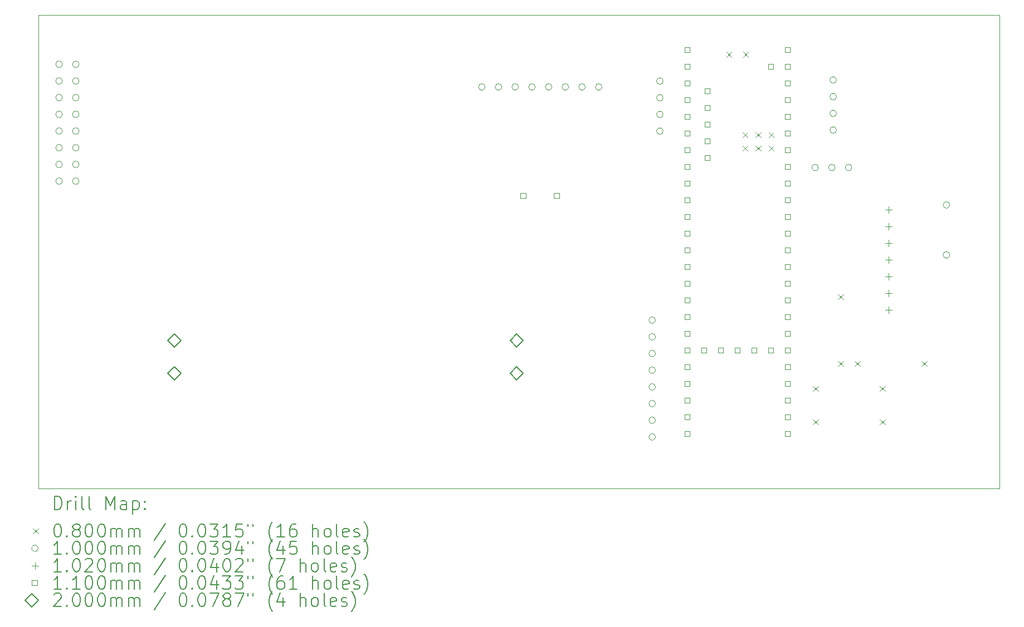
<source format=gbr>
%TF.GenerationSoftware,KiCad,Pcbnew,7.0.2*%
%TF.CreationDate,2024-03-07T16:30:55-05:00*%
%TF.ProjectId,rrc_pcb2,7272635f-7063-4623-922e-6b696361645f,3*%
%TF.SameCoordinates,Original*%
%TF.FileFunction,Drillmap*%
%TF.FilePolarity,Positive*%
%FSLAX45Y45*%
G04 Gerber Fmt 4.5, Leading zero omitted, Abs format (unit mm)*
G04 Created by KiCad (PCBNEW 7.0.2) date 2024-03-07 16:30:55*
%MOMM*%
%LPD*%
G01*
G04 APERTURE LIST*
%ADD10C,0.050000*%
%ADD11C,0.200000*%
%ADD12C,0.080000*%
%ADD13C,0.100000*%
%ADD14C,0.102000*%
%ADD15C,0.110000*%
G04 APERTURE END LIST*
D10*
X4191000Y-2065671D02*
X18796000Y-2065671D01*
X18796000Y-9271000D01*
X4191000Y-9271000D01*
X4191000Y-2065671D01*
D11*
D12*
X14646483Y-2623728D02*
X14726483Y-2703728D01*
X14726483Y-2623728D02*
X14646483Y-2703728D01*
X14891643Y-3847728D02*
X14971643Y-3927728D01*
X14971643Y-3847728D02*
X14891643Y-3927728D01*
X14891643Y-4047728D02*
X14971643Y-4127728D01*
X14971643Y-4047728D02*
X14891643Y-4127728D01*
X14900483Y-2623728D02*
X14980483Y-2703728D01*
X14980483Y-2623728D02*
X14900483Y-2703728D01*
X15091643Y-3847728D02*
X15171643Y-3927728D01*
X15171643Y-3847728D02*
X15091643Y-3927728D01*
X15091643Y-4047728D02*
X15171643Y-4127728D01*
X15171643Y-4047728D02*
X15091643Y-4127728D01*
X15291643Y-3847728D02*
X15371643Y-3927728D01*
X15371643Y-3847728D02*
X15291643Y-3927728D01*
X15291643Y-4047728D02*
X15371643Y-4127728D01*
X15371643Y-4047728D02*
X15291643Y-4127728D01*
X15962000Y-7707000D02*
X16042000Y-7787000D01*
X16042000Y-7707000D02*
X15962000Y-7787000D01*
X15962000Y-8215000D02*
X16042000Y-8295000D01*
X16042000Y-8215000D02*
X15962000Y-8295000D01*
X16343000Y-6310000D02*
X16423000Y-6390000D01*
X16423000Y-6310000D02*
X16343000Y-6390000D01*
X16343000Y-7326000D02*
X16423000Y-7406000D01*
X16423000Y-7326000D02*
X16343000Y-7406000D01*
X16597000Y-7326000D02*
X16677000Y-7406000D01*
X16677000Y-7326000D02*
X16597000Y-7406000D01*
X16978000Y-7707000D02*
X17058000Y-7787000D01*
X17058000Y-7707000D02*
X16978000Y-7787000D01*
X16978000Y-8215000D02*
X17058000Y-8295000D01*
X17058000Y-8215000D02*
X16978000Y-8295000D01*
X17613000Y-7326000D02*
X17693000Y-7406000D01*
X17693000Y-7326000D02*
X17613000Y-7406000D01*
D13*
X4555266Y-2810941D02*
G75*
G03*
X4555266Y-2810941I-50000J0D01*
G01*
X4555266Y-3064941D02*
G75*
G03*
X4555266Y-3064941I-50000J0D01*
G01*
X4555266Y-3318941D02*
G75*
G03*
X4555266Y-3318941I-50000J0D01*
G01*
X4555266Y-3572941D02*
G75*
G03*
X4555266Y-3572941I-50000J0D01*
G01*
X4555266Y-3826941D02*
G75*
G03*
X4555266Y-3826941I-50000J0D01*
G01*
X4555266Y-4080941D02*
G75*
G03*
X4555266Y-4080941I-50000J0D01*
G01*
X4555266Y-4334941D02*
G75*
G03*
X4555266Y-4334941I-50000J0D01*
G01*
X4555266Y-4588941D02*
G75*
G03*
X4555266Y-4588941I-50000J0D01*
G01*
X4809266Y-2810941D02*
G75*
G03*
X4809266Y-2810941I-50000J0D01*
G01*
X4809266Y-3064941D02*
G75*
G03*
X4809266Y-3064941I-50000J0D01*
G01*
X4809266Y-3318941D02*
G75*
G03*
X4809266Y-3318941I-50000J0D01*
G01*
X4809266Y-3572941D02*
G75*
G03*
X4809266Y-3572941I-50000J0D01*
G01*
X4809266Y-3826941D02*
G75*
G03*
X4809266Y-3826941I-50000J0D01*
G01*
X4809266Y-4080941D02*
G75*
G03*
X4809266Y-4080941I-50000J0D01*
G01*
X4809266Y-4334941D02*
G75*
G03*
X4809266Y-4334941I-50000J0D01*
G01*
X4809266Y-4588941D02*
G75*
G03*
X4809266Y-4588941I-50000J0D01*
G01*
X10979883Y-3156784D02*
G75*
G03*
X10979883Y-3156784I-50000J0D01*
G01*
X11233883Y-3156784D02*
G75*
G03*
X11233883Y-3156784I-50000J0D01*
G01*
X11487883Y-3156784D02*
G75*
G03*
X11487883Y-3156784I-50000J0D01*
G01*
X11741883Y-3156784D02*
G75*
G03*
X11741883Y-3156784I-50000J0D01*
G01*
X11995883Y-3156784D02*
G75*
G03*
X11995883Y-3156784I-50000J0D01*
G01*
X12249883Y-3156784D02*
G75*
G03*
X12249883Y-3156784I-50000J0D01*
G01*
X12503883Y-3156784D02*
G75*
G03*
X12503883Y-3156784I-50000J0D01*
G01*
X12757883Y-3156784D02*
G75*
G03*
X12757883Y-3156784I-50000J0D01*
G01*
X13569327Y-6705753D02*
G75*
G03*
X13569327Y-6705753I-50000J0D01*
G01*
X13569327Y-6959753D02*
G75*
G03*
X13569327Y-6959753I-50000J0D01*
G01*
X13569327Y-7213753D02*
G75*
G03*
X13569327Y-7213753I-50000J0D01*
G01*
X13569327Y-7467753D02*
G75*
G03*
X13569327Y-7467753I-50000J0D01*
G01*
X13569327Y-7721753D02*
G75*
G03*
X13569327Y-7721753I-50000J0D01*
G01*
X13569327Y-7975753D02*
G75*
G03*
X13569327Y-7975753I-50000J0D01*
G01*
X13569327Y-8229753D02*
G75*
G03*
X13569327Y-8229753I-50000J0D01*
G01*
X13569327Y-8483753D02*
G75*
G03*
X13569327Y-8483753I-50000J0D01*
G01*
X13686110Y-3066616D02*
G75*
G03*
X13686110Y-3066616I-50000J0D01*
G01*
X13686110Y-3320616D02*
G75*
G03*
X13686110Y-3320616I-50000J0D01*
G01*
X13686110Y-3574616D02*
G75*
G03*
X13686110Y-3574616I-50000J0D01*
G01*
X13686110Y-3828616D02*
G75*
G03*
X13686110Y-3828616I-50000J0D01*
G01*
X16046169Y-4383557D02*
G75*
G03*
X16046169Y-4383557I-50000J0D01*
G01*
X16300169Y-4383557D02*
G75*
G03*
X16300169Y-4383557I-50000J0D01*
G01*
X16319474Y-3050638D02*
G75*
G03*
X16319474Y-3050638I-50000J0D01*
G01*
X16319474Y-3304638D02*
G75*
G03*
X16319474Y-3304638I-50000J0D01*
G01*
X16319474Y-3558638D02*
G75*
G03*
X16319474Y-3558638I-50000J0D01*
G01*
X16319474Y-3812638D02*
G75*
G03*
X16319474Y-3812638I-50000J0D01*
G01*
X16554169Y-4383557D02*
G75*
G03*
X16554169Y-4383557I-50000J0D01*
G01*
X18040695Y-4953000D02*
G75*
G03*
X18040695Y-4953000I-50000J0D01*
G01*
X18040695Y-5713000D02*
G75*
G03*
X18040695Y-5713000I-50000J0D01*
G01*
D14*
X17111179Y-4975657D02*
X17111179Y-5077657D01*
X17060179Y-5026657D02*
X17162179Y-5026657D01*
X17111179Y-5229657D02*
X17111179Y-5331657D01*
X17060179Y-5280657D02*
X17162179Y-5280657D01*
X17111179Y-5483657D02*
X17111179Y-5585657D01*
X17060179Y-5534657D02*
X17162179Y-5534657D01*
X17111179Y-5737657D02*
X17111179Y-5839657D01*
X17060179Y-5788657D02*
X17162179Y-5788657D01*
X17111179Y-5991657D02*
X17111179Y-6093657D01*
X17060179Y-6042657D02*
X17162179Y-6042657D01*
X17111179Y-6245657D02*
X17111179Y-6347657D01*
X17060179Y-6296657D02*
X17162179Y-6296657D01*
X17111179Y-6499657D02*
X17111179Y-6601657D01*
X17060179Y-6550657D02*
X17162179Y-6550657D01*
D15*
X11597312Y-4845370D02*
X11597312Y-4767587D01*
X11519530Y-4767587D01*
X11519530Y-4845370D01*
X11597312Y-4845370D01*
X12105312Y-4845370D02*
X12105312Y-4767587D01*
X12027530Y-4767587D01*
X12027530Y-4845370D01*
X12105312Y-4845370D01*
X14090374Y-2629620D02*
X14090374Y-2551837D01*
X14012591Y-2551837D01*
X14012591Y-2629620D01*
X14090374Y-2629620D01*
X14090374Y-2883619D02*
X14090374Y-2805837D01*
X14012591Y-2805837D01*
X14012591Y-2883619D01*
X14090374Y-2883619D01*
X14090374Y-3137619D02*
X14090374Y-3059837D01*
X14012591Y-3059837D01*
X14012591Y-3137619D01*
X14090374Y-3137619D01*
X14090374Y-3391619D02*
X14090374Y-3313837D01*
X14012591Y-3313837D01*
X14012591Y-3391619D01*
X14090374Y-3391619D01*
X14090374Y-3645619D02*
X14090374Y-3567837D01*
X14012591Y-3567837D01*
X14012591Y-3645619D01*
X14090374Y-3645619D01*
X14090374Y-3899619D02*
X14090374Y-3821837D01*
X14012591Y-3821837D01*
X14012591Y-3899619D01*
X14090374Y-3899619D01*
X14090374Y-4153619D02*
X14090374Y-4075837D01*
X14012591Y-4075837D01*
X14012591Y-4153619D01*
X14090374Y-4153619D01*
X14090374Y-4407620D02*
X14090374Y-4329837D01*
X14012591Y-4329837D01*
X14012591Y-4407620D01*
X14090374Y-4407620D01*
X14090374Y-4661620D02*
X14090374Y-4583837D01*
X14012591Y-4583837D01*
X14012591Y-4661620D01*
X14090374Y-4661620D01*
X14090374Y-4915620D02*
X14090374Y-4837837D01*
X14012591Y-4837837D01*
X14012591Y-4915620D01*
X14090374Y-4915620D01*
X14090374Y-5169620D02*
X14090374Y-5091837D01*
X14012591Y-5091837D01*
X14012591Y-5169620D01*
X14090374Y-5169620D01*
X14090374Y-5423620D02*
X14090374Y-5345837D01*
X14012591Y-5345837D01*
X14012591Y-5423620D01*
X14090374Y-5423620D01*
X14090374Y-5677619D02*
X14090374Y-5599837D01*
X14012591Y-5599837D01*
X14012591Y-5677619D01*
X14090374Y-5677619D01*
X14090374Y-5931619D02*
X14090374Y-5853837D01*
X14012591Y-5853837D01*
X14012591Y-5931619D01*
X14090374Y-5931619D01*
X14090374Y-6185619D02*
X14090374Y-6107837D01*
X14012591Y-6107837D01*
X14012591Y-6185619D01*
X14090374Y-6185619D01*
X14090374Y-6439619D02*
X14090374Y-6361837D01*
X14012591Y-6361837D01*
X14012591Y-6439619D01*
X14090374Y-6439619D01*
X14090374Y-6693619D02*
X14090374Y-6615837D01*
X14012591Y-6615837D01*
X14012591Y-6693619D01*
X14090374Y-6693619D01*
X14090374Y-6947619D02*
X14090374Y-6869837D01*
X14012591Y-6869837D01*
X14012591Y-6947619D01*
X14090374Y-6947619D01*
X14090374Y-7201619D02*
X14090374Y-7123837D01*
X14012591Y-7123837D01*
X14012591Y-7201619D01*
X14090374Y-7201619D01*
X14090374Y-7455619D02*
X14090374Y-7377837D01*
X14012591Y-7377837D01*
X14012591Y-7455619D01*
X14090374Y-7455619D01*
X14090374Y-7709619D02*
X14090374Y-7631837D01*
X14012591Y-7631837D01*
X14012591Y-7709619D01*
X14090374Y-7709619D01*
X14090374Y-7963619D02*
X14090374Y-7885837D01*
X14012591Y-7885837D01*
X14012591Y-7963619D01*
X14090374Y-7963619D01*
X14090374Y-8217619D02*
X14090374Y-8139837D01*
X14012591Y-8139837D01*
X14012591Y-8217619D01*
X14090374Y-8217619D01*
X14090374Y-8471620D02*
X14090374Y-8393837D01*
X14012591Y-8393837D01*
X14012591Y-8471620D01*
X14090374Y-8471620D01*
X14344374Y-7201619D02*
X14344374Y-7123837D01*
X14266591Y-7123837D01*
X14266591Y-7201619D01*
X14344374Y-7201619D01*
X14395454Y-3259539D02*
X14395454Y-3181757D01*
X14317671Y-3181757D01*
X14317671Y-3259539D01*
X14395454Y-3259539D01*
X14395454Y-3513539D02*
X14395454Y-3435757D01*
X14317671Y-3435757D01*
X14317671Y-3513539D01*
X14395454Y-3513539D01*
X14395454Y-3767539D02*
X14395454Y-3689757D01*
X14317671Y-3689757D01*
X14317671Y-3767539D01*
X14395454Y-3767539D01*
X14395454Y-4021539D02*
X14395454Y-3943757D01*
X14317671Y-3943757D01*
X14317671Y-4021539D01*
X14395454Y-4021539D01*
X14395454Y-4275540D02*
X14395454Y-4197757D01*
X14317671Y-4197757D01*
X14317671Y-4275540D01*
X14395454Y-4275540D01*
X14598374Y-7201619D02*
X14598374Y-7123837D01*
X14520591Y-7123837D01*
X14520591Y-7201619D01*
X14598374Y-7201619D01*
X14852374Y-7201619D02*
X14852374Y-7123837D01*
X14774591Y-7123837D01*
X14774591Y-7201619D01*
X14852374Y-7201619D01*
X15106374Y-7201619D02*
X15106374Y-7123837D01*
X15028591Y-7123837D01*
X15028591Y-7201619D01*
X15106374Y-7201619D01*
X15360374Y-2883619D02*
X15360374Y-2805837D01*
X15282591Y-2805837D01*
X15282591Y-2883619D01*
X15360374Y-2883619D01*
X15360374Y-7201619D02*
X15360374Y-7123837D01*
X15282591Y-7123837D01*
X15282591Y-7201619D01*
X15360374Y-7201619D01*
X15614374Y-2629620D02*
X15614374Y-2551837D01*
X15536591Y-2551837D01*
X15536591Y-2629620D01*
X15614374Y-2629620D01*
X15614374Y-2883619D02*
X15614374Y-2805837D01*
X15536591Y-2805837D01*
X15536591Y-2883619D01*
X15614374Y-2883619D01*
X15614374Y-3137619D02*
X15614374Y-3059837D01*
X15536591Y-3059837D01*
X15536591Y-3137619D01*
X15614374Y-3137619D01*
X15614374Y-3391619D02*
X15614374Y-3313837D01*
X15536591Y-3313837D01*
X15536591Y-3391619D01*
X15614374Y-3391619D01*
X15614374Y-3645619D02*
X15614374Y-3567837D01*
X15536591Y-3567837D01*
X15536591Y-3645619D01*
X15614374Y-3645619D01*
X15614374Y-3899619D02*
X15614374Y-3821837D01*
X15536591Y-3821837D01*
X15536591Y-3899619D01*
X15614374Y-3899619D01*
X15614374Y-4153619D02*
X15614374Y-4075837D01*
X15536591Y-4075837D01*
X15536591Y-4153619D01*
X15614374Y-4153619D01*
X15614374Y-4407620D02*
X15614374Y-4329837D01*
X15536591Y-4329837D01*
X15536591Y-4407620D01*
X15614374Y-4407620D01*
X15614374Y-4661620D02*
X15614374Y-4583837D01*
X15536591Y-4583837D01*
X15536591Y-4661620D01*
X15614374Y-4661620D01*
X15614374Y-4915620D02*
X15614374Y-4837837D01*
X15536591Y-4837837D01*
X15536591Y-4915620D01*
X15614374Y-4915620D01*
X15614374Y-5169620D02*
X15614374Y-5091837D01*
X15536591Y-5091837D01*
X15536591Y-5169620D01*
X15614374Y-5169620D01*
X15614374Y-5423620D02*
X15614374Y-5345837D01*
X15536591Y-5345837D01*
X15536591Y-5423620D01*
X15614374Y-5423620D01*
X15614374Y-5677619D02*
X15614374Y-5599837D01*
X15536591Y-5599837D01*
X15536591Y-5677619D01*
X15614374Y-5677619D01*
X15614374Y-5931619D02*
X15614374Y-5853837D01*
X15536591Y-5853837D01*
X15536591Y-5931619D01*
X15614374Y-5931619D01*
X15614374Y-6185619D02*
X15614374Y-6107837D01*
X15536591Y-6107837D01*
X15536591Y-6185619D01*
X15614374Y-6185619D01*
X15614374Y-6439619D02*
X15614374Y-6361837D01*
X15536591Y-6361837D01*
X15536591Y-6439619D01*
X15614374Y-6439619D01*
X15614374Y-6693619D02*
X15614374Y-6615837D01*
X15536591Y-6615837D01*
X15536591Y-6693619D01*
X15614374Y-6693619D01*
X15614374Y-6947619D02*
X15614374Y-6869837D01*
X15536591Y-6869837D01*
X15536591Y-6947619D01*
X15614374Y-6947619D01*
X15614374Y-7201619D02*
X15614374Y-7123837D01*
X15536591Y-7123837D01*
X15536591Y-7201619D01*
X15614374Y-7201619D01*
X15614374Y-7455619D02*
X15614374Y-7377837D01*
X15536591Y-7377837D01*
X15536591Y-7455619D01*
X15614374Y-7455619D01*
X15614374Y-7709619D02*
X15614374Y-7631837D01*
X15536591Y-7631837D01*
X15536591Y-7709619D01*
X15614374Y-7709619D01*
X15614374Y-7963619D02*
X15614374Y-7885837D01*
X15536591Y-7885837D01*
X15536591Y-7963619D01*
X15614374Y-7963619D01*
X15614374Y-8217619D02*
X15614374Y-8139837D01*
X15536591Y-8139837D01*
X15536591Y-8217619D01*
X15614374Y-8217619D01*
X15614374Y-8471620D02*
X15614374Y-8393837D01*
X15536591Y-8393837D01*
X15536591Y-8471620D01*
X15614374Y-8471620D01*
D11*
X6260365Y-7115567D02*
X6360365Y-7015567D01*
X6260365Y-6915567D01*
X6160365Y-7015567D01*
X6260365Y-7115567D01*
X6260365Y-7615567D02*
X6360365Y-7515567D01*
X6260365Y-7415567D01*
X6160365Y-7515567D01*
X6260365Y-7615567D01*
X11460365Y-7115567D02*
X11560365Y-7015567D01*
X11460365Y-6915567D01*
X11360365Y-7015567D01*
X11460365Y-7115567D01*
X11460365Y-7615567D02*
X11560365Y-7515567D01*
X11460365Y-7415567D01*
X11360365Y-7515567D01*
X11460365Y-7615567D01*
X4436119Y-9586024D02*
X4436119Y-9386024D01*
X4436119Y-9386024D02*
X4483738Y-9386024D01*
X4483738Y-9386024D02*
X4512310Y-9395548D01*
X4512310Y-9395548D02*
X4531357Y-9414595D01*
X4531357Y-9414595D02*
X4540881Y-9433643D01*
X4540881Y-9433643D02*
X4550405Y-9471738D01*
X4550405Y-9471738D02*
X4550405Y-9500310D01*
X4550405Y-9500310D02*
X4540881Y-9538405D01*
X4540881Y-9538405D02*
X4531357Y-9557452D01*
X4531357Y-9557452D02*
X4512310Y-9576500D01*
X4512310Y-9576500D02*
X4483738Y-9586024D01*
X4483738Y-9586024D02*
X4436119Y-9586024D01*
X4636119Y-9586024D02*
X4636119Y-9452690D01*
X4636119Y-9490786D02*
X4645643Y-9471738D01*
X4645643Y-9471738D02*
X4655167Y-9462214D01*
X4655167Y-9462214D02*
X4674214Y-9452690D01*
X4674214Y-9452690D02*
X4693262Y-9452690D01*
X4759929Y-9586024D02*
X4759929Y-9452690D01*
X4759929Y-9386024D02*
X4750405Y-9395548D01*
X4750405Y-9395548D02*
X4759929Y-9405071D01*
X4759929Y-9405071D02*
X4769452Y-9395548D01*
X4769452Y-9395548D02*
X4759929Y-9386024D01*
X4759929Y-9386024D02*
X4759929Y-9405071D01*
X4883738Y-9586024D02*
X4864690Y-9576500D01*
X4864690Y-9576500D02*
X4855167Y-9557452D01*
X4855167Y-9557452D02*
X4855167Y-9386024D01*
X4988500Y-9586024D02*
X4969452Y-9576500D01*
X4969452Y-9576500D02*
X4959929Y-9557452D01*
X4959929Y-9557452D02*
X4959929Y-9386024D01*
X5217071Y-9586024D02*
X5217071Y-9386024D01*
X5217071Y-9386024D02*
X5283738Y-9528881D01*
X5283738Y-9528881D02*
X5350405Y-9386024D01*
X5350405Y-9386024D02*
X5350405Y-9586024D01*
X5531357Y-9586024D02*
X5531357Y-9481262D01*
X5531357Y-9481262D02*
X5521833Y-9462214D01*
X5521833Y-9462214D02*
X5502786Y-9452690D01*
X5502786Y-9452690D02*
X5464690Y-9452690D01*
X5464690Y-9452690D02*
X5445643Y-9462214D01*
X5531357Y-9576500D02*
X5512310Y-9586024D01*
X5512310Y-9586024D02*
X5464690Y-9586024D01*
X5464690Y-9586024D02*
X5445643Y-9576500D01*
X5445643Y-9576500D02*
X5436119Y-9557452D01*
X5436119Y-9557452D02*
X5436119Y-9538405D01*
X5436119Y-9538405D02*
X5445643Y-9519357D01*
X5445643Y-9519357D02*
X5464690Y-9509833D01*
X5464690Y-9509833D02*
X5512310Y-9509833D01*
X5512310Y-9509833D02*
X5531357Y-9500310D01*
X5626595Y-9452690D02*
X5626595Y-9652690D01*
X5626595Y-9462214D02*
X5645643Y-9452690D01*
X5645643Y-9452690D02*
X5683738Y-9452690D01*
X5683738Y-9452690D02*
X5702786Y-9462214D01*
X5702786Y-9462214D02*
X5712309Y-9471738D01*
X5712309Y-9471738D02*
X5721833Y-9490786D01*
X5721833Y-9490786D02*
X5721833Y-9547929D01*
X5721833Y-9547929D02*
X5712309Y-9566976D01*
X5712309Y-9566976D02*
X5702786Y-9576500D01*
X5702786Y-9576500D02*
X5683738Y-9586024D01*
X5683738Y-9586024D02*
X5645643Y-9586024D01*
X5645643Y-9586024D02*
X5626595Y-9576500D01*
X5807548Y-9566976D02*
X5817071Y-9576500D01*
X5817071Y-9576500D02*
X5807548Y-9586024D01*
X5807548Y-9586024D02*
X5798024Y-9576500D01*
X5798024Y-9576500D02*
X5807548Y-9566976D01*
X5807548Y-9566976D02*
X5807548Y-9586024D01*
X5807548Y-9462214D02*
X5817071Y-9471738D01*
X5817071Y-9471738D02*
X5807548Y-9481262D01*
X5807548Y-9481262D02*
X5798024Y-9471738D01*
X5798024Y-9471738D02*
X5807548Y-9462214D01*
X5807548Y-9462214D02*
X5807548Y-9481262D01*
D12*
X4108500Y-9873500D02*
X4188500Y-9953500D01*
X4188500Y-9873500D02*
X4108500Y-9953500D01*
D11*
X4474214Y-9806024D02*
X4493262Y-9806024D01*
X4493262Y-9806024D02*
X4512310Y-9815548D01*
X4512310Y-9815548D02*
X4521833Y-9825071D01*
X4521833Y-9825071D02*
X4531357Y-9844119D01*
X4531357Y-9844119D02*
X4540881Y-9882214D01*
X4540881Y-9882214D02*
X4540881Y-9929833D01*
X4540881Y-9929833D02*
X4531357Y-9967929D01*
X4531357Y-9967929D02*
X4521833Y-9986976D01*
X4521833Y-9986976D02*
X4512310Y-9996500D01*
X4512310Y-9996500D02*
X4493262Y-10006024D01*
X4493262Y-10006024D02*
X4474214Y-10006024D01*
X4474214Y-10006024D02*
X4455167Y-9996500D01*
X4455167Y-9996500D02*
X4445643Y-9986976D01*
X4445643Y-9986976D02*
X4436119Y-9967929D01*
X4436119Y-9967929D02*
X4426595Y-9929833D01*
X4426595Y-9929833D02*
X4426595Y-9882214D01*
X4426595Y-9882214D02*
X4436119Y-9844119D01*
X4436119Y-9844119D02*
X4445643Y-9825071D01*
X4445643Y-9825071D02*
X4455167Y-9815548D01*
X4455167Y-9815548D02*
X4474214Y-9806024D01*
X4626595Y-9986976D02*
X4636119Y-9996500D01*
X4636119Y-9996500D02*
X4626595Y-10006024D01*
X4626595Y-10006024D02*
X4617071Y-9996500D01*
X4617071Y-9996500D02*
X4626595Y-9986976D01*
X4626595Y-9986976D02*
X4626595Y-10006024D01*
X4750405Y-9891738D02*
X4731357Y-9882214D01*
X4731357Y-9882214D02*
X4721833Y-9872690D01*
X4721833Y-9872690D02*
X4712310Y-9853643D01*
X4712310Y-9853643D02*
X4712310Y-9844119D01*
X4712310Y-9844119D02*
X4721833Y-9825071D01*
X4721833Y-9825071D02*
X4731357Y-9815548D01*
X4731357Y-9815548D02*
X4750405Y-9806024D01*
X4750405Y-9806024D02*
X4788500Y-9806024D01*
X4788500Y-9806024D02*
X4807548Y-9815548D01*
X4807548Y-9815548D02*
X4817071Y-9825071D01*
X4817071Y-9825071D02*
X4826595Y-9844119D01*
X4826595Y-9844119D02*
X4826595Y-9853643D01*
X4826595Y-9853643D02*
X4817071Y-9872690D01*
X4817071Y-9872690D02*
X4807548Y-9882214D01*
X4807548Y-9882214D02*
X4788500Y-9891738D01*
X4788500Y-9891738D02*
X4750405Y-9891738D01*
X4750405Y-9891738D02*
X4731357Y-9901262D01*
X4731357Y-9901262D02*
X4721833Y-9910786D01*
X4721833Y-9910786D02*
X4712310Y-9929833D01*
X4712310Y-9929833D02*
X4712310Y-9967929D01*
X4712310Y-9967929D02*
X4721833Y-9986976D01*
X4721833Y-9986976D02*
X4731357Y-9996500D01*
X4731357Y-9996500D02*
X4750405Y-10006024D01*
X4750405Y-10006024D02*
X4788500Y-10006024D01*
X4788500Y-10006024D02*
X4807548Y-9996500D01*
X4807548Y-9996500D02*
X4817071Y-9986976D01*
X4817071Y-9986976D02*
X4826595Y-9967929D01*
X4826595Y-9967929D02*
X4826595Y-9929833D01*
X4826595Y-9929833D02*
X4817071Y-9910786D01*
X4817071Y-9910786D02*
X4807548Y-9901262D01*
X4807548Y-9901262D02*
X4788500Y-9891738D01*
X4950405Y-9806024D02*
X4969452Y-9806024D01*
X4969452Y-9806024D02*
X4988500Y-9815548D01*
X4988500Y-9815548D02*
X4998024Y-9825071D01*
X4998024Y-9825071D02*
X5007548Y-9844119D01*
X5007548Y-9844119D02*
X5017071Y-9882214D01*
X5017071Y-9882214D02*
X5017071Y-9929833D01*
X5017071Y-9929833D02*
X5007548Y-9967929D01*
X5007548Y-9967929D02*
X4998024Y-9986976D01*
X4998024Y-9986976D02*
X4988500Y-9996500D01*
X4988500Y-9996500D02*
X4969452Y-10006024D01*
X4969452Y-10006024D02*
X4950405Y-10006024D01*
X4950405Y-10006024D02*
X4931357Y-9996500D01*
X4931357Y-9996500D02*
X4921833Y-9986976D01*
X4921833Y-9986976D02*
X4912310Y-9967929D01*
X4912310Y-9967929D02*
X4902786Y-9929833D01*
X4902786Y-9929833D02*
X4902786Y-9882214D01*
X4902786Y-9882214D02*
X4912310Y-9844119D01*
X4912310Y-9844119D02*
X4921833Y-9825071D01*
X4921833Y-9825071D02*
X4931357Y-9815548D01*
X4931357Y-9815548D02*
X4950405Y-9806024D01*
X5140881Y-9806024D02*
X5159929Y-9806024D01*
X5159929Y-9806024D02*
X5178976Y-9815548D01*
X5178976Y-9815548D02*
X5188500Y-9825071D01*
X5188500Y-9825071D02*
X5198024Y-9844119D01*
X5198024Y-9844119D02*
X5207548Y-9882214D01*
X5207548Y-9882214D02*
X5207548Y-9929833D01*
X5207548Y-9929833D02*
X5198024Y-9967929D01*
X5198024Y-9967929D02*
X5188500Y-9986976D01*
X5188500Y-9986976D02*
X5178976Y-9996500D01*
X5178976Y-9996500D02*
X5159929Y-10006024D01*
X5159929Y-10006024D02*
X5140881Y-10006024D01*
X5140881Y-10006024D02*
X5121833Y-9996500D01*
X5121833Y-9996500D02*
X5112310Y-9986976D01*
X5112310Y-9986976D02*
X5102786Y-9967929D01*
X5102786Y-9967929D02*
X5093262Y-9929833D01*
X5093262Y-9929833D02*
X5093262Y-9882214D01*
X5093262Y-9882214D02*
X5102786Y-9844119D01*
X5102786Y-9844119D02*
X5112310Y-9825071D01*
X5112310Y-9825071D02*
X5121833Y-9815548D01*
X5121833Y-9815548D02*
X5140881Y-9806024D01*
X5293262Y-10006024D02*
X5293262Y-9872690D01*
X5293262Y-9891738D02*
X5302786Y-9882214D01*
X5302786Y-9882214D02*
X5321833Y-9872690D01*
X5321833Y-9872690D02*
X5350405Y-9872690D01*
X5350405Y-9872690D02*
X5369452Y-9882214D01*
X5369452Y-9882214D02*
X5378976Y-9901262D01*
X5378976Y-9901262D02*
X5378976Y-10006024D01*
X5378976Y-9901262D02*
X5388500Y-9882214D01*
X5388500Y-9882214D02*
X5407548Y-9872690D01*
X5407548Y-9872690D02*
X5436119Y-9872690D01*
X5436119Y-9872690D02*
X5455167Y-9882214D01*
X5455167Y-9882214D02*
X5464691Y-9901262D01*
X5464691Y-9901262D02*
X5464691Y-10006024D01*
X5559929Y-10006024D02*
X5559929Y-9872690D01*
X5559929Y-9891738D02*
X5569452Y-9882214D01*
X5569452Y-9882214D02*
X5588500Y-9872690D01*
X5588500Y-9872690D02*
X5617071Y-9872690D01*
X5617071Y-9872690D02*
X5636119Y-9882214D01*
X5636119Y-9882214D02*
X5645643Y-9901262D01*
X5645643Y-9901262D02*
X5645643Y-10006024D01*
X5645643Y-9901262D02*
X5655167Y-9882214D01*
X5655167Y-9882214D02*
X5674214Y-9872690D01*
X5674214Y-9872690D02*
X5702786Y-9872690D01*
X5702786Y-9872690D02*
X5721833Y-9882214D01*
X5721833Y-9882214D02*
X5731357Y-9901262D01*
X5731357Y-9901262D02*
X5731357Y-10006024D01*
X6121833Y-9796500D02*
X5950405Y-10053643D01*
X6378976Y-9806024D02*
X6398024Y-9806024D01*
X6398024Y-9806024D02*
X6417072Y-9815548D01*
X6417072Y-9815548D02*
X6426595Y-9825071D01*
X6426595Y-9825071D02*
X6436119Y-9844119D01*
X6436119Y-9844119D02*
X6445643Y-9882214D01*
X6445643Y-9882214D02*
X6445643Y-9929833D01*
X6445643Y-9929833D02*
X6436119Y-9967929D01*
X6436119Y-9967929D02*
X6426595Y-9986976D01*
X6426595Y-9986976D02*
X6417072Y-9996500D01*
X6417072Y-9996500D02*
X6398024Y-10006024D01*
X6398024Y-10006024D02*
X6378976Y-10006024D01*
X6378976Y-10006024D02*
X6359929Y-9996500D01*
X6359929Y-9996500D02*
X6350405Y-9986976D01*
X6350405Y-9986976D02*
X6340881Y-9967929D01*
X6340881Y-9967929D02*
X6331357Y-9929833D01*
X6331357Y-9929833D02*
X6331357Y-9882214D01*
X6331357Y-9882214D02*
X6340881Y-9844119D01*
X6340881Y-9844119D02*
X6350405Y-9825071D01*
X6350405Y-9825071D02*
X6359929Y-9815548D01*
X6359929Y-9815548D02*
X6378976Y-9806024D01*
X6531357Y-9986976D02*
X6540881Y-9996500D01*
X6540881Y-9996500D02*
X6531357Y-10006024D01*
X6531357Y-10006024D02*
X6521833Y-9996500D01*
X6521833Y-9996500D02*
X6531357Y-9986976D01*
X6531357Y-9986976D02*
X6531357Y-10006024D01*
X6664691Y-9806024D02*
X6683738Y-9806024D01*
X6683738Y-9806024D02*
X6702786Y-9815548D01*
X6702786Y-9815548D02*
X6712310Y-9825071D01*
X6712310Y-9825071D02*
X6721833Y-9844119D01*
X6721833Y-9844119D02*
X6731357Y-9882214D01*
X6731357Y-9882214D02*
X6731357Y-9929833D01*
X6731357Y-9929833D02*
X6721833Y-9967929D01*
X6721833Y-9967929D02*
X6712310Y-9986976D01*
X6712310Y-9986976D02*
X6702786Y-9996500D01*
X6702786Y-9996500D02*
X6683738Y-10006024D01*
X6683738Y-10006024D02*
X6664691Y-10006024D01*
X6664691Y-10006024D02*
X6645643Y-9996500D01*
X6645643Y-9996500D02*
X6636119Y-9986976D01*
X6636119Y-9986976D02*
X6626595Y-9967929D01*
X6626595Y-9967929D02*
X6617072Y-9929833D01*
X6617072Y-9929833D02*
X6617072Y-9882214D01*
X6617072Y-9882214D02*
X6626595Y-9844119D01*
X6626595Y-9844119D02*
X6636119Y-9825071D01*
X6636119Y-9825071D02*
X6645643Y-9815548D01*
X6645643Y-9815548D02*
X6664691Y-9806024D01*
X6798024Y-9806024D02*
X6921833Y-9806024D01*
X6921833Y-9806024D02*
X6855167Y-9882214D01*
X6855167Y-9882214D02*
X6883738Y-9882214D01*
X6883738Y-9882214D02*
X6902786Y-9891738D01*
X6902786Y-9891738D02*
X6912310Y-9901262D01*
X6912310Y-9901262D02*
X6921833Y-9920310D01*
X6921833Y-9920310D02*
X6921833Y-9967929D01*
X6921833Y-9967929D02*
X6912310Y-9986976D01*
X6912310Y-9986976D02*
X6902786Y-9996500D01*
X6902786Y-9996500D02*
X6883738Y-10006024D01*
X6883738Y-10006024D02*
X6826595Y-10006024D01*
X6826595Y-10006024D02*
X6807548Y-9996500D01*
X6807548Y-9996500D02*
X6798024Y-9986976D01*
X7112310Y-10006024D02*
X6998024Y-10006024D01*
X7055167Y-10006024D02*
X7055167Y-9806024D01*
X7055167Y-9806024D02*
X7036119Y-9834595D01*
X7036119Y-9834595D02*
X7017072Y-9853643D01*
X7017072Y-9853643D02*
X6998024Y-9863167D01*
X7293262Y-9806024D02*
X7198024Y-9806024D01*
X7198024Y-9806024D02*
X7188500Y-9901262D01*
X7188500Y-9901262D02*
X7198024Y-9891738D01*
X7198024Y-9891738D02*
X7217072Y-9882214D01*
X7217072Y-9882214D02*
X7264691Y-9882214D01*
X7264691Y-9882214D02*
X7283738Y-9891738D01*
X7283738Y-9891738D02*
X7293262Y-9901262D01*
X7293262Y-9901262D02*
X7302786Y-9920310D01*
X7302786Y-9920310D02*
X7302786Y-9967929D01*
X7302786Y-9967929D02*
X7293262Y-9986976D01*
X7293262Y-9986976D02*
X7283738Y-9996500D01*
X7283738Y-9996500D02*
X7264691Y-10006024D01*
X7264691Y-10006024D02*
X7217072Y-10006024D01*
X7217072Y-10006024D02*
X7198024Y-9996500D01*
X7198024Y-9996500D02*
X7188500Y-9986976D01*
X7378976Y-9806024D02*
X7378976Y-9844119D01*
X7455167Y-9806024D02*
X7455167Y-9844119D01*
X7750405Y-10082214D02*
X7740881Y-10072690D01*
X7740881Y-10072690D02*
X7721834Y-10044119D01*
X7721834Y-10044119D02*
X7712310Y-10025071D01*
X7712310Y-10025071D02*
X7702786Y-9996500D01*
X7702786Y-9996500D02*
X7693262Y-9948881D01*
X7693262Y-9948881D02*
X7693262Y-9910786D01*
X7693262Y-9910786D02*
X7702786Y-9863167D01*
X7702786Y-9863167D02*
X7712310Y-9834595D01*
X7712310Y-9834595D02*
X7721834Y-9815548D01*
X7721834Y-9815548D02*
X7740881Y-9786976D01*
X7740881Y-9786976D02*
X7750405Y-9777452D01*
X7931357Y-10006024D02*
X7817072Y-10006024D01*
X7874214Y-10006024D02*
X7874214Y-9806024D01*
X7874214Y-9806024D02*
X7855167Y-9834595D01*
X7855167Y-9834595D02*
X7836119Y-9853643D01*
X7836119Y-9853643D02*
X7817072Y-9863167D01*
X8102786Y-9806024D02*
X8064691Y-9806024D01*
X8064691Y-9806024D02*
X8045643Y-9815548D01*
X8045643Y-9815548D02*
X8036119Y-9825071D01*
X8036119Y-9825071D02*
X8017072Y-9853643D01*
X8017072Y-9853643D02*
X8007548Y-9891738D01*
X8007548Y-9891738D02*
X8007548Y-9967929D01*
X8007548Y-9967929D02*
X8017072Y-9986976D01*
X8017072Y-9986976D02*
X8026595Y-9996500D01*
X8026595Y-9996500D02*
X8045643Y-10006024D01*
X8045643Y-10006024D02*
X8083738Y-10006024D01*
X8083738Y-10006024D02*
X8102786Y-9996500D01*
X8102786Y-9996500D02*
X8112310Y-9986976D01*
X8112310Y-9986976D02*
X8121834Y-9967929D01*
X8121834Y-9967929D02*
X8121834Y-9920310D01*
X8121834Y-9920310D02*
X8112310Y-9901262D01*
X8112310Y-9901262D02*
X8102786Y-9891738D01*
X8102786Y-9891738D02*
X8083738Y-9882214D01*
X8083738Y-9882214D02*
X8045643Y-9882214D01*
X8045643Y-9882214D02*
X8026595Y-9891738D01*
X8026595Y-9891738D02*
X8017072Y-9901262D01*
X8017072Y-9901262D02*
X8007548Y-9920310D01*
X8359929Y-10006024D02*
X8359929Y-9806024D01*
X8445643Y-10006024D02*
X8445643Y-9901262D01*
X8445643Y-9901262D02*
X8436119Y-9882214D01*
X8436119Y-9882214D02*
X8417072Y-9872690D01*
X8417072Y-9872690D02*
X8388500Y-9872690D01*
X8388500Y-9872690D02*
X8369453Y-9882214D01*
X8369453Y-9882214D02*
X8359929Y-9891738D01*
X8569453Y-10006024D02*
X8550405Y-9996500D01*
X8550405Y-9996500D02*
X8540881Y-9986976D01*
X8540881Y-9986976D02*
X8531358Y-9967929D01*
X8531358Y-9967929D02*
X8531358Y-9910786D01*
X8531358Y-9910786D02*
X8540881Y-9891738D01*
X8540881Y-9891738D02*
X8550405Y-9882214D01*
X8550405Y-9882214D02*
X8569453Y-9872690D01*
X8569453Y-9872690D02*
X8598024Y-9872690D01*
X8598024Y-9872690D02*
X8617072Y-9882214D01*
X8617072Y-9882214D02*
X8626596Y-9891738D01*
X8626596Y-9891738D02*
X8636119Y-9910786D01*
X8636119Y-9910786D02*
X8636119Y-9967929D01*
X8636119Y-9967929D02*
X8626596Y-9986976D01*
X8626596Y-9986976D02*
X8617072Y-9996500D01*
X8617072Y-9996500D02*
X8598024Y-10006024D01*
X8598024Y-10006024D02*
X8569453Y-10006024D01*
X8750405Y-10006024D02*
X8731358Y-9996500D01*
X8731358Y-9996500D02*
X8721834Y-9977452D01*
X8721834Y-9977452D02*
X8721834Y-9806024D01*
X8902786Y-9996500D02*
X8883739Y-10006024D01*
X8883739Y-10006024D02*
X8845643Y-10006024D01*
X8845643Y-10006024D02*
X8826596Y-9996500D01*
X8826596Y-9996500D02*
X8817072Y-9977452D01*
X8817072Y-9977452D02*
X8817072Y-9901262D01*
X8817072Y-9901262D02*
X8826596Y-9882214D01*
X8826596Y-9882214D02*
X8845643Y-9872690D01*
X8845643Y-9872690D02*
X8883739Y-9872690D01*
X8883739Y-9872690D02*
X8902786Y-9882214D01*
X8902786Y-9882214D02*
X8912310Y-9901262D01*
X8912310Y-9901262D02*
X8912310Y-9920310D01*
X8912310Y-9920310D02*
X8817072Y-9939357D01*
X8988500Y-9996500D02*
X9007548Y-10006024D01*
X9007548Y-10006024D02*
X9045643Y-10006024D01*
X9045643Y-10006024D02*
X9064691Y-9996500D01*
X9064691Y-9996500D02*
X9074215Y-9977452D01*
X9074215Y-9977452D02*
X9074215Y-9967929D01*
X9074215Y-9967929D02*
X9064691Y-9948881D01*
X9064691Y-9948881D02*
X9045643Y-9939357D01*
X9045643Y-9939357D02*
X9017072Y-9939357D01*
X9017072Y-9939357D02*
X8998024Y-9929833D01*
X8998024Y-9929833D02*
X8988500Y-9910786D01*
X8988500Y-9910786D02*
X8988500Y-9901262D01*
X8988500Y-9901262D02*
X8998024Y-9882214D01*
X8998024Y-9882214D02*
X9017072Y-9872690D01*
X9017072Y-9872690D02*
X9045643Y-9872690D01*
X9045643Y-9872690D02*
X9064691Y-9882214D01*
X9140881Y-10082214D02*
X9150405Y-10072690D01*
X9150405Y-10072690D02*
X9169453Y-10044119D01*
X9169453Y-10044119D02*
X9178977Y-10025071D01*
X9178977Y-10025071D02*
X9188500Y-9996500D01*
X9188500Y-9996500D02*
X9198024Y-9948881D01*
X9198024Y-9948881D02*
X9198024Y-9910786D01*
X9198024Y-9910786D02*
X9188500Y-9863167D01*
X9188500Y-9863167D02*
X9178977Y-9834595D01*
X9178977Y-9834595D02*
X9169453Y-9815548D01*
X9169453Y-9815548D02*
X9150405Y-9786976D01*
X9150405Y-9786976D02*
X9140881Y-9777452D01*
D13*
X4188500Y-10177500D02*
G75*
G03*
X4188500Y-10177500I-50000J0D01*
G01*
D11*
X4540881Y-10270024D02*
X4426595Y-10270024D01*
X4483738Y-10270024D02*
X4483738Y-10070024D01*
X4483738Y-10070024D02*
X4464690Y-10098595D01*
X4464690Y-10098595D02*
X4445643Y-10117643D01*
X4445643Y-10117643D02*
X4426595Y-10127167D01*
X4626595Y-10250976D02*
X4636119Y-10260500D01*
X4636119Y-10260500D02*
X4626595Y-10270024D01*
X4626595Y-10270024D02*
X4617071Y-10260500D01*
X4617071Y-10260500D02*
X4626595Y-10250976D01*
X4626595Y-10250976D02*
X4626595Y-10270024D01*
X4759929Y-10070024D02*
X4778976Y-10070024D01*
X4778976Y-10070024D02*
X4798024Y-10079548D01*
X4798024Y-10079548D02*
X4807548Y-10089071D01*
X4807548Y-10089071D02*
X4817071Y-10108119D01*
X4817071Y-10108119D02*
X4826595Y-10146214D01*
X4826595Y-10146214D02*
X4826595Y-10193833D01*
X4826595Y-10193833D02*
X4817071Y-10231929D01*
X4817071Y-10231929D02*
X4807548Y-10250976D01*
X4807548Y-10250976D02*
X4798024Y-10260500D01*
X4798024Y-10260500D02*
X4778976Y-10270024D01*
X4778976Y-10270024D02*
X4759929Y-10270024D01*
X4759929Y-10270024D02*
X4740881Y-10260500D01*
X4740881Y-10260500D02*
X4731357Y-10250976D01*
X4731357Y-10250976D02*
X4721833Y-10231929D01*
X4721833Y-10231929D02*
X4712310Y-10193833D01*
X4712310Y-10193833D02*
X4712310Y-10146214D01*
X4712310Y-10146214D02*
X4721833Y-10108119D01*
X4721833Y-10108119D02*
X4731357Y-10089071D01*
X4731357Y-10089071D02*
X4740881Y-10079548D01*
X4740881Y-10079548D02*
X4759929Y-10070024D01*
X4950405Y-10070024D02*
X4969452Y-10070024D01*
X4969452Y-10070024D02*
X4988500Y-10079548D01*
X4988500Y-10079548D02*
X4998024Y-10089071D01*
X4998024Y-10089071D02*
X5007548Y-10108119D01*
X5007548Y-10108119D02*
X5017071Y-10146214D01*
X5017071Y-10146214D02*
X5017071Y-10193833D01*
X5017071Y-10193833D02*
X5007548Y-10231929D01*
X5007548Y-10231929D02*
X4998024Y-10250976D01*
X4998024Y-10250976D02*
X4988500Y-10260500D01*
X4988500Y-10260500D02*
X4969452Y-10270024D01*
X4969452Y-10270024D02*
X4950405Y-10270024D01*
X4950405Y-10270024D02*
X4931357Y-10260500D01*
X4931357Y-10260500D02*
X4921833Y-10250976D01*
X4921833Y-10250976D02*
X4912310Y-10231929D01*
X4912310Y-10231929D02*
X4902786Y-10193833D01*
X4902786Y-10193833D02*
X4902786Y-10146214D01*
X4902786Y-10146214D02*
X4912310Y-10108119D01*
X4912310Y-10108119D02*
X4921833Y-10089071D01*
X4921833Y-10089071D02*
X4931357Y-10079548D01*
X4931357Y-10079548D02*
X4950405Y-10070024D01*
X5140881Y-10070024D02*
X5159929Y-10070024D01*
X5159929Y-10070024D02*
X5178976Y-10079548D01*
X5178976Y-10079548D02*
X5188500Y-10089071D01*
X5188500Y-10089071D02*
X5198024Y-10108119D01*
X5198024Y-10108119D02*
X5207548Y-10146214D01*
X5207548Y-10146214D02*
X5207548Y-10193833D01*
X5207548Y-10193833D02*
X5198024Y-10231929D01*
X5198024Y-10231929D02*
X5188500Y-10250976D01*
X5188500Y-10250976D02*
X5178976Y-10260500D01*
X5178976Y-10260500D02*
X5159929Y-10270024D01*
X5159929Y-10270024D02*
X5140881Y-10270024D01*
X5140881Y-10270024D02*
X5121833Y-10260500D01*
X5121833Y-10260500D02*
X5112310Y-10250976D01*
X5112310Y-10250976D02*
X5102786Y-10231929D01*
X5102786Y-10231929D02*
X5093262Y-10193833D01*
X5093262Y-10193833D02*
X5093262Y-10146214D01*
X5093262Y-10146214D02*
X5102786Y-10108119D01*
X5102786Y-10108119D02*
X5112310Y-10089071D01*
X5112310Y-10089071D02*
X5121833Y-10079548D01*
X5121833Y-10079548D02*
X5140881Y-10070024D01*
X5293262Y-10270024D02*
X5293262Y-10136690D01*
X5293262Y-10155738D02*
X5302786Y-10146214D01*
X5302786Y-10146214D02*
X5321833Y-10136690D01*
X5321833Y-10136690D02*
X5350405Y-10136690D01*
X5350405Y-10136690D02*
X5369452Y-10146214D01*
X5369452Y-10146214D02*
X5378976Y-10165262D01*
X5378976Y-10165262D02*
X5378976Y-10270024D01*
X5378976Y-10165262D02*
X5388500Y-10146214D01*
X5388500Y-10146214D02*
X5407548Y-10136690D01*
X5407548Y-10136690D02*
X5436119Y-10136690D01*
X5436119Y-10136690D02*
X5455167Y-10146214D01*
X5455167Y-10146214D02*
X5464691Y-10165262D01*
X5464691Y-10165262D02*
X5464691Y-10270024D01*
X5559929Y-10270024D02*
X5559929Y-10136690D01*
X5559929Y-10155738D02*
X5569452Y-10146214D01*
X5569452Y-10146214D02*
X5588500Y-10136690D01*
X5588500Y-10136690D02*
X5617071Y-10136690D01*
X5617071Y-10136690D02*
X5636119Y-10146214D01*
X5636119Y-10146214D02*
X5645643Y-10165262D01*
X5645643Y-10165262D02*
X5645643Y-10270024D01*
X5645643Y-10165262D02*
X5655167Y-10146214D01*
X5655167Y-10146214D02*
X5674214Y-10136690D01*
X5674214Y-10136690D02*
X5702786Y-10136690D01*
X5702786Y-10136690D02*
X5721833Y-10146214D01*
X5721833Y-10146214D02*
X5731357Y-10165262D01*
X5731357Y-10165262D02*
X5731357Y-10270024D01*
X6121833Y-10060500D02*
X5950405Y-10317643D01*
X6378976Y-10070024D02*
X6398024Y-10070024D01*
X6398024Y-10070024D02*
X6417072Y-10079548D01*
X6417072Y-10079548D02*
X6426595Y-10089071D01*
X6426595Y-10089071D02*
X6436119Y-10108119D01*
X6436119Y-10108119D02*
X6445643Y-10146214D01*
X6445643Y-10146214D02*
X6445643Y-10193833D01*
X6445643Y-10193833D02*
X6436119Y-10231929D01*
X6436119Y-10231929D02*
X6426595Y-10250976D01*
X6426595Y-10250976D02*
X6417072Y-10260500D01*
X6417072Y-10260500D02*
X6398024Y-10270024D01*
X6398024Y-10270024D02*
X6378976Y-10270024D01*
X6378976Y-10270024D02*
X6359929Y-10260500D01*
X6359929Y-10260500D02*
X6350405Y-10250976D01*
X6350405Y-10250976D02*
X6340881Y-10231929D01*
X6340881Y-10231929D02*
X6331357Y-10193833D01*
X6331357Y-10193833D02*
X6331357Y-10146214D01*
X6331357Y-10146214D02*
X6340881Y-10108119D01*
X6340881Y-10108119D02*
X6350405Y-10089071D01*
X6350405Y-10089071D02*
X6359929Y-10079548D01*
X6359929Y-10079548D02*
X6378976Y-10070024D01*
X6531357Y-10250976D02*
X6540881Y-10260500D01*
X6540881Y-10260500D02*
X6531357Y-10270024D01*
X6531357Y-10270024D02*
X6521833Y-10260500D01*
X6521833Y-10260500D02*
X6531357Y-10250976D01*
X6531357Y-10250976D02*
X6531357Y-10270024D01*
X6664691Y-10070024D02*
X6683738Y-10070024D01*
X6683738Y-10070024D02*
X6702786Y-10079548D01*
X6702786Y-10079548D02*
X6712310Y-10089071D01*
X6712310Y-10089071D02*
X6721833Y-10108119D01*
X6721833Y-10108119D02*
X6731357Y-10146214D01*
X6731357Y-10146214D02*
X6731357Y-10193833D01*
X6731357Y-10193833D02*
X6721833Y-10231929D01*
X6721833Y-10231929D02*
X6712310Y-10250976D01*
X6712310Y-10250976D02*
X6702786Y-10260500D01*
X6702786Y-10260500D02*
X6683738Y-10270024D01*
X6683738Y-10270024D02*
X6664691Y-10270024D01*
X6664691Y-10270024D02*
X6645643Y-10260500D01*
X6645643Y-10260500D02*
X6636119Y-10250976D01*
X6636119Y-10250976D02*
X6626595Y-10231929D01*
X6626595Y-10231929D02*
X6617072Y-10193833D01*
X6617072Y-10193833D02*
X6617072Y-10146214D01*
X6617072Y-10146214D02*
X6626595Y-10108119D01*
X6626595Y-10108119D02*
X6636119Y-10089071D01*
X6636119Y-10089071D02*
X6645643Y-10079548D01*
X6645643Y-10079548D02*
X6664691Y-10070024D01*
X6798024Y-10070024D02*
X6921833Y-10070024D01*
X6921833Y-10070024D02*
X6855167Y-10146214D01*
X6855167Y-10146214D02*
X6883738Y-10146214D01*
X6883738Y-10146214D02*
X6902786Y-10155738D01*
X6902786Y-10155738D02*
X6912310Y-10165262D01*
X6912310Y-10165262D02*
X6921833Y-10184310D01*
X6921833Y-10184310D02*
X6921833Y-10231929D01*
X6921833Y-10231929D02*
X6912310Y-10250976D01*
X6912310Y-10250976D02*
X6902786Y-10260500D01*
X6902786Y-10260500D02*
X6883738Y-10270024D01*
X6883738Y-10270024D02*
X6826595Y-10270024D01*
X6826595Y-10270024D02*
X6807548Y-10260500D01*
X6807548Y-10260500D02*
X6798024Y-10250976D01*
X7017072Y-10270024D02*
X7055167Y-10270024D01*
X7055167Y-10270024D02*
X7074214Y-10260500D01*
X7074214Y-10260500D02*
X7083738Y-10250976D01*
X7083738Y-10250976D02*
X7102786Y-10222405D01*
X7102786Y-10222405D02*
X7112310Y-10184310D01*
X7112310Y-10184310D02*
X7112310Y-10108119D01*
X7112310Y-10108119D02*
X7102786Y-10089071D01*
X7102786Y-10089071D02*
X7093262Y-10079548D01*
X7093262Y-10079548D02*
X7074214Y-10070024D01*
X7074214Y-10070024D02*
X7036119Y-10070024D01*
X7036119Y-10070024D02*
X7017072Y-10079548D01*
X7017072Y-10079548D02*
X7007548Y-10089071D01*
X7007548Y-10089071D02*
X6998024Y-10108119D01*
X6998024Y-10108119D02*
X6998024Y-10155738D01*
X6998024Y-10155738D02*
X7007548Y-10174786D01*
X7007548Y-10174786D02*
X7017072Y-10184310D01*
X7017072Y-10184310D02*
X7036119Y-10193833D01*
X7036119Y-10193833D02*
X7074214Y-10193833D01*
X7074214Y-10193833D02*
X7093262Y-10184310D01*
X7093262Y-10184310D02*
X7102786Y-10174786D01*
X7102786Y-10174786D02*
X7112310Y-10155738D01*
X7283738Y-10136690D02*
X7283738Y-10270024D01*
X7236119Y-10060500D02*
X7188500Y-10203357D01*
X7188500Y-10203357D02*
X7312310Y-10203357D01*
X7378976Y-10070024D02*
X7378976Y-10108119D01*
X7455167Y-10070024D02*
X7455167Y-10108119D01*
X7750405Y-10346214D02*
X7740881Y-10336690D01*
X7740881Y-10336690D02*
X7721834Y-10308119D01*
X7721834Y-10308119D02*
X7712310Y-10289071D01*
X7712310Y-10289071D02*
X7702786Y-10260500D01*
X7702786Y-10260500D02*
X7693262Y-10212881D01*
X7693262Y-10212881D02*
X7693262Y-10174786D01*
X7693262Y-10174786D02*
X7702786Y-10127167D01*
X7702786Y-10127167D02*
X7712310Y-10098595D01*
X7712310Y-10098595D02*
X7721834Y-10079548D01*
X7721834Y-10079548D02*
X7740881Y-10050976D01*
X7740881Y-10050976D02*
X7750405Y-10041452D01*
X7912310Y-10136690D02*
X7912310Y-10270024D01*
X7864691Y-10060500D02*
X7817072Y-10203357D01*
X7817072Y-10203357D02*
X7940881Y-10203357D01*
X8112310Y-10070024D02*
X8017072Y-10070024D01*
X8017072Y-10070024D02*
X8007548Y-10165262D01*
X8007548Y-10165262D02*
X8017072Y-10155738D01*
X8017072Y-10155738D02*
X8036119Y-10146214D01*
X8036119Y-10146214D02*
X8083738Y-10146214D01*
X8083738Y-10146214D02*
X8102786Y-10155738D01*
X8102786Y-10155738D02*
X8112310Y-10165262D01*
X8112310Y-10165262D02*
X8121834Y-10184310D01*
X8121834Y-10184310D02*
X8121834Y-10231929D01*
X8121834Y-10231929D02*
X8112310Y-10250976D01*
X8112310Y-10250976D02*
X8102786Y-10260500D01*
X8102786Y-10260500D02*
X8083738Y-10270024D01*
X8083738Y-10270024D02*
X8036119Y-10270024D01*
X8036119Y-10270024D02*
X8017072Y-10260500D01*
X8017072Y-10260500D02*
X8007548Y-10250976D01*
X8359929Y-10270024D02*
X8359929Y-10070024D01*
X8445643Y-10270024D02*
X8445643Y-10165262D01*
X8445643Y-10165262D02*
X8436119Y-10146214D01*
X8436119Y-10146214D02*
X8417072Y-10136690D01*
X8417072Y-10136690D02*
X8388500Y-10136690D01*
X8388500Y-10136690D02*
X8369453Y-10146214D01*
X8369453Y-10146214D02*
X8359929Y-10155738D01*
X8569453Y-10270024D02*
X8550405Y-10260500D01*
X8550405Y-10260500D02*
X8540881Y-10250976D01*
X8540881Y-10250976D02*
X8531358Y-10231929D01*
X8531358Y-10231929D02*
X8531358Y-10174786D01*
X8531358Y-10174786D02*
X8540881Y-10155738D01*
X8540881Y-10155738D02*
X8550405Y-10146214D01*
X8550405Y-10146214D02*
X8569453Y-10136690D01*
X8569453Y-10136690D02*
X8598024Y-10136690D01*
X8598024Y-10136690D02*
X8617072Y-10146214D01*
X8617072Y-10146214D02*
X8626596Y-10155738D01*
X8626596Y-10155738D02*
X8636119Y-10174786D01*
X8636119Y-10174786D02*
X8636119Y-10231929D01*
X8636119Y-10231929D02*
X8626596Y-10250976D01*
X8626596Y-10250976D02*
X8617072Y-10260500D01*
X8617072Y-10260500D02*
X8598024Y-10270024D01*
X8598024Y-10270024D02*
X8569453Y-10270024D01*
X8750405Y-10270024D02*
X8731358Y-10260500D01*
X8731358Y-10260500D02*
X8721834Y-10241452D01*
X8721834Y-10241452D02*
X8721834Y-10070024D01*
X8902786Y-10260500D02*
X8883739Y-10270024D01*
X8883739Y-10270024D02*
X8845643Y-10270024D01*
X8845643Y-10270024D02*
X8826596Y-10260500D01*
X8826596Y-10260500D02*
X8817072Y-10241452D01*
X8817072Y-10241452D02*
X8817072Y-10165262D01*
X8817072Y-10165262D02*
X8826596Y-10146214D01*
X8826596Y-10146214D02*
X8845643Y-10136690D01*
X8845643Y-10136690D02*
X8883739Y-10136690D01*
X8883739Y-10136690D02*
X8902786Y-10146214D01*
X8902786Y-10146214D02*
X8912310Y-10165262D01*
X8912310Y-10165262D02*
X8912310Y-10184310D01*
X8912310Y-10184310D02*
X8817072Y-10203357D01*
X8988500Y-10260500D02*
X9007548Y-10270024D01*
X9007548Y-10270024D02*
X9045643Y-10270024D01*
X9045643Y-10270024D02*
X9064691Y-10260500D01*
X9064691Y-10260500D02*
X9074215Y-10241452D01*
X9074215Y-10241452D02*
X9074215Y-10231929D01*
X9074215Y-10231929D02*
X9064691Y-10212881D01*
X9064691Y-10212881D02*
X9045643Y-10203357D01*
X9045643Y-10203357D02*
X9017072Y-10203357D01*
X9017072Y-10203357D02*
X8998024Y-10193833D01*
X8998024Y-10193833D02*
X8988500Y-10174786D01*
X8988500Y-10174786D02*
X8988500Y-10165262D01*
X8988500Y-10165262D02*
X8998024Y-10146214D01*
X8998024Y-10146214D02*
X9017072Y-10136690D01*
X9017072Y-10136690D02*
X9045643Y-10136690D01*
X9045643Y-10136690D02*
X9064691Y-10146214D01*
X9140881Y-10346214D02*
X9150405Y-10336690D01*
X9150405Y-10336690D02*
X9169453Y-10308119D01*
X9169453Y-10308119D02*
X9178977Y-10289071D01*
X9178977Y-10289071D02*
X9188500Y-10260500D01*
X9188500Y-10260500D02*
X9198024Y-10212881D01*
X9198024Y-10212881D02*
X9198024Y-10174786D01*
X9198024Y-10174786D02*
X9188500Y-10127167D01*
X9188500Y-10127167D02*
X9178977Y-10098595D01*
X9178977Y-10098595D02*
X9169453Y-10079548D01*
X9169453Y-10079548D02*
X9150405Y-10050976D01*
X9150405Y-10050976D02*
X9140881Y-10041452D01*
D14*
X4137500Y-10390500D02*
X4137500Y-10492500D01*
X4086500Y-10441500D02*
X4188500Y-10441500D01*
D11*
X4540881Y-10534024D02*
X4426595Y-10534024D01*
X4483738Y-10534024D02*
X4483738Y-10334024D01*
X4483738Y-10334024D02*
X4464690Y-10362595D01*
X4464690Y-10362595D02*
X4445643Y-10381643D01*
X4445643Y-10381643D02*
X4426595Y-10391167D01*
X4626595Y-10514976D02*
X4636119Y-10524500D01*
X4636119Y-10524500D02*
X4626595Y-10534024D01*
X4626595Y-10534024D02*
X4617071Y-10524500D01*
X4617071Y-10524500D02*
X4626595Y-10514976D01*
X4626595Y-10514976D02*
X4626595Y-10534024D01*
X4759929Y-10334024D02*
X4778976Y-10334024D01*
X4778976Y-10334024D02*
X4798024Y-10343548D01*
X4798024Y-10343548D02*
X4807548Y-10353071D01*
X4807548Y-10353071D02*
X4817071Y-10372119D01*
X4817071Y-10372119D02*
X4826595Y-10410214D01*
X4826595Y-10410214D02*
X4826595Y-10457833D01*
X4826595Y-10457833D02*
X4817071Y-10495929D01*
X4817071Y-10495929D02*
X4807548Y-10514976D01*
X4807548Y-10514976D02*
X4798024Y-10524500D01*
X4798024Y-10524500D02*
X4778976Y-10534024D01*
X4778976Y-10534024D02*
X4759929Y-10534024D01*
X4759929Y-10534024D02*
X4740881Y-10524500D01*
X4740881Y-10524500D02*
X4731357Y-10514976D01*
X4731357Y-10514976D02*
X4721833Y-10495929D01*
X4721833Y-10495929D02*
X4712310Y-10457833D01*
X4712310Y-10457833D02*
X4712310Y-10410214D01*
X4712310Y-10410214D02*
X4721833Y-10372119D01*
X4721833Y-10372119D02*
X4731357Y-10353071D01*
X4731357Y-10353071D02*
X4740881Y-10343548D01*
X4740881Y-10343548D02*
X4759929Y-10334024D01*
X4902786Y-10353071D02*
X4912310Y-10343548D01*
X4912310Y-10343548D02*
X4931357Y-10334024D01*
X4931357Y-10334024D02*
X4978976Y-10334024D01*
X4978976Y-10334024D02*
X4998024Y-10343548D01*
X4998024Y-10343548D02*
X5007548Y-10353071D01*
X5007548Y-10353071D02*
X5017071Y-10372119D01*
X5017071Y-10372119D02*
X5017071Y-10391167D01*
X5017071Y-10391167D02*
X5007548Y-10419738D01*
X5007548Y-10419738D02*
X4893262Y-10534024D01*
X4893262Y-10534024D02*
X5017071Y-10534024D01*
X5140881Y-10334024D02*
X5159929Y-10334024D01*
X5159929Y-10334024D02*
X5178976Y-10343548D01*
X5178976Y-10343548D02*
X5188500Y-10353071D01*
X5188500Y-10353071D02*
X5198024Y-10372119D01*
X5198024Y-10372119D02*
X5207548Y-10410214D01*
X5207548Y-10410214D02*
X5207548Y-10457833D01*
X5207548Y-10457833D02*
X5198024Y-10495929D01*
X5198024Y-10495929D02*
X5188500Y-10514976D01*
X5188500Y-10514976D02*
X5178976Y-10524500D01*
X5178976Y-10524500D02*
X5159929Y-10534024D01*
X5159929Y-10534024D02*
X5140881Y-10534024D01*
X5140881Y-10534024D02*
X5121833Y-10524500D01*
X5121833Y-10524500D02*
X5112310Y-10514976D01*
X5112310Y-10514976D02*
X5102786Y-10495929D01*
X5102786Y-10495929D02*
X5093262Y-10457833D01*
X5093262Y-10457833D02*
X5093262Y-10410214D01*
X5093262Y-10410214D02*
X5102786Y-10372119D01*
X5102786Y-10372119D02*
X5112310Y-10353071D01*
X5112310Y-10353071D02*
X5121833Y-10343548D01*
X5121833Y-10343548D02*
X5140881Y-10334024D01*
X5293262Y-10534024D02*
X5293262Y-10400690D01*
X5293262Y-10419738D02*
X5302786Y-10410214D01*
X5302786Y-10410214D02*
X5321833Y-10400690D01*
X5321833Y-10400690D02*
X5350405Y-10400690D01*
X5350405Y-10400690D02*
X5369452Y-10410214D01*
X5369452Y-10410214D02*
X5378976Y-10429262D01*
X5378976Y-10429262D02*
X5378976Y-10534024D01*
X5378976Y-10429262D02*
X5388500Y-10410214D01*
X5388500Y-10410214D02*
X5407548Y-10400690D01*
X5407548Y-10400690D02*
X5436119Y-10400690D01*
X5436119Y-10400690D02*
X5455167Y-10410214D01*
X5455167Y-10410214D02*
X5464691Y-10429262D01*
X5464691Y-10429262D02*
X5464691Y-10534024D01*
X5559929Y-10534024D02*
X5559929Y-10400690D01*
X5559929Y-10419738D02*
X5569452Y-10410214D01*
X5569452Y-10410214D02*
X5588500Y-10400690D01*
X5588500Y-10400690D02*
X5617071Y-10400690D01*
X5617071Y-10400690D02*
X5636119Y-10410214D01*
X5636119Y-10410214D02*
X5645643Y-10429262D01*
X5645643Y-10429262D02*
X5645643Y-10534024D01*
X5645643Y-10429262D02*
X5655167Y-10410214D01*
X5655167Y-10410214D02*
X5674214Y-10400690D01*
X5674214Y-10400690D02*
X5702786Y-10400690D01*
X5702786Y-10400690D02*
X5721833Y-10410214D01*
X5721833Y-10410214D02*
X5731357Y-10429262D01*
X5731357Y-10429262D02*
X5731357Y-10534024D01*
X6121833Y-10324500D02*
X5950405Y-10581643D01*
X6378976Y-10334024D02*
X6398024Y-10334024D01*
X6398024Y-10334024D02*
X6417072Y-10343548D01*
X6417072Y-10343548D02*
X6426595Y-10353071D01*
X6426595Y-10353071D02*
X6436119Y-10372119D01*
X6436119Y-10372119D02*
X6445643Y-10410214D01*
X6445643Y-10410214D02*
X6445643Y-10457833D01*
X6445643Y-10457833D02*
X6436119Y-10495929D01*
X6436119Y-10495929D02*
X6426595Y-10514976D01*
X6426595Y-10514976D02*
X6417072Y-10524500D01*
X6417072Y-10524500D02*
X6398024Y-10534024D01*
X6398024Y-10534024D02*
X6378976Y-10534024D01*
X6378976Y-10534024D02*
X6359929Y-10524500D01*
X6359929Y-10524500D02*
X6350405Y-10514976D01*
X6350405Y-10514976D02*
X6340881Y-10495929D01*
X6340881Y-10495929D02*
X6331357Y-10457833D01*
X6331357Y-10457833D02*
X6331357Y-10410214D01*
X6331357Y-10410214D02*
X6340881Y-10372119D01*
X6340881Y-10372119D02*
X6350405Y-10353071D01*
X6350405Y-10353071D02*
X6359929Y-10343548D01*
X6359929Y-10343548D02*
X6378976Y-10334024D01*
X6531357Y-10514976D02*
X6540881Y-10524500D01*
X6540881Y-10524500D02*
X6531357Y-10534024D01*
X6531357Y-10534024D02*
X6521833Y-10524500D01*
X6521833Y-10524500D02*
X6531357Y-10514976D01*
X6531357Y-10514976D02*
X6531357Y-10534024D01*
X6664691Y-10334024D02*
X6683738Y-10334024D01*
X6683738Y-10334024D02*
X6702786Y-10343548D01*
X6702786Y-10343548D02*
X6712310Y-10353071D01*
X6712310Y-10353071D02*
X6721833Y-10372119D01*
X6721833Y-10372119D02*
X6731357Y-10410214D01*
X6731357Y-10410214D02*
X6731357Y-10457833D01*
X6731357Y-10457833D02*
X6721833Y-10495929D01*
X6721833Y-10495929D02*
X6712310Y-10514976D01*
X6712310Y-10514976D02*
X6702786Y-10524500D01*
X6702786Y-10524500D02*
X6683738Y-10534024D01*
X6683738Y-10534024D02*
X6664691Y-10534024D01*
X6664691Y-10534024D02*
X6645643Y-10524500D01*
X6645643Y-10524500D02*
X6636119Y-10514976D01*
X6636119Y-10514976D02*
X6626595Y-10495929D01*
X6626595Y-10495929D02*
X6617072Y-10457833D01*
X6617072Y-10457833D02*
X6617072Y-10410214D01*
X6617072Y-10410214D02*
X6626595Y-10372119D01*
X6626595Y-10372119D02*
X6636119Y-10353071D01*
X6636119Y-10353071D02*
X6645643Y-10343548D01*
X6645643Y-10343548D02*
X6664691Y-10334024D01*
X6902786Y-10400690D02*
X6902786Y-10534024D01*
X6855167Y-10324500D02*
X6807548Y-10467357D01*
X6807548Y-10467357D02*
X6931357Y-10467357D01*
X7045643Y-10334024D02*
X7064691Y-10334024D01*
X7064691Y-10334024D02*
X7083738Y-10343548D01*
X7083738Y-10343548D02*
X7093262Y-10353071D01*
X7093262Y-10353071D02*
X7102786Y-10372119D01*
X7102786Y-10372119D02*
X7112310Y-10410214D01*
X7112310Y-10410214D02*
X7112310Y-10457833D01*
X7112310Y-10457833D02*
X7102786Y-10495929D01*
X7102786Y-10495929D02*
X7093262Y-10514976D01*
X7093262Y-10514976D02*
X7083738Y-10524500D01*
X7083738Y-10524500D02*
X7064691Y-10534024D01*
X7064691Y-10534024D02*
X7045643Y-10534024D01*
X7045643Y-10534024D02*
X7026595Y-10524500D01*
X7026595Y-10524500D02*
X7017072Y-10514976D01*
X7017072Y-10514976D02*
X7007548Y-10495929D01*
X7007548Y-10495929D02*
X6998024Y-10457833D01*
X6998024Y-10457833D02*
X6998024Y-10410214D01*
X6998024Y-10410214D02*
X7007548Y-10372119D01*
X7007548Y-10372119D02*
X7017072Y-10353071D01*
X7017072Y-10353071D02*
X7026595Y-10343548D01*
X7026595Y-10343548D02*
X7045643Y-10334024D01*
X7188500Y-10353071D02*
X7198024Y-10343548D01*
X7198024Y-10343548D02*
X7217072Y-10334024D01*
X7217072Y-10334024D02*
X7264691Y-10334024D01*
X7264691Y-10334024D02*
X7283738Y-10343548D01*
X7283738Y-10343548D02*
X7293262Y-10353071D01*
X7293262Y-10353071D02*
X7302786Y-10372119D01*
X7302786Y-10372119D02*
X7302786Y-10391167D01*
X7302786Y-10391167D02*
X7293262Y-10419738D01*
X7293262Y-10419738D02*
X7178976Y-10534024D01*
X7178976Y-10534024D02*
X7302786Y-10534024D01*
X7378976Y-10334024D02*
X7378976Y-10372119D01*
X7455167Y-10334024D02*
X7455167Y-10372119D01*
X7750405Y-10610214D02*
X7740881Y-10600690D01*
X7740881Y-10600690D02*
X7721834Y-10572119D01*
X7721834Y-10572119D02*
X7712310Y-10553071D01*
X7712310Y-10553071D02*
X7702786Y-10524500D01*
X7702786Y-10524500D02*
X7693262Y-10476881D01*
X7693262Y-10476881D02*
X7693262Y-10438786D01*
X7693262Y-10438786D02*
X7702786Y-10391167D01*
X7702786Y-10391167D02*
X7712310Y-10362595D01*
X7712310Y-10362595D02*
X7721834Y-10343548D01*
X7721834Y-10343548D02*
X7740881Y-10314976D01*
X7740881Y-10314976D02*
X7750405Y-10305452D01*
X7807548Y-10334024D02*
X7940881Y-10334024D01*
X7940881Y-10334024D02*
X7855167Y-10534024D01*
X8169453Y-10534024D02*
X8169453Y-10334024D01*
X8255167Y-10534024D02*
X8255167Y-10429262D01*
X8255167Y-10429262D02*
X8245643Y-10410214D01*
X8245643Y-10410214D02*
X8226596Y-10400690D01*
X8226596Y-10400690D02*
X8198024Y-10400690D01*
X8198024Y-10400690D02*
X8178976Y-10410214D01*
X8178976Y-10410214D02*
X8169453Y-10419738D01*
X8378976Y-10534024D02*
X8359929Y-10524500D01*
X8359929Y-10524500D02*
X8350405Y-10514976D01*
X8350405Y-10514976D02*
X8340881Y-10495929D01*
X8340881Y-10495929D02*
X8340881Y-10438786D01*
X8340881Y-10438786D02*
X8350405Y-10419738D01*
X8350405Y-10419738D02*
X8359929Y-10410214D01*
X8359929Y-10410214D02*
X8378976Y-10400690D01*
X8378976Y-10400690D02*
X8407548Y-10400690D01*
X8407548Y-10400690D02*
X8426596Y-10410214D01*
X8426596Y-10410214D02*
X8436119Y-10419738D01*
X8436119Y-10419738D02*
X8445643Y-10438786D01*
X8445643Y-10438786D02*
X8445643Y-10495929D01*
X8445643Y-10495929D02*
X8436119Y-10514976D01*
X8436119Y-10514976D02*
X8426596Y-10524500D01*
X8426596Y-10524500D02*
X8407548Y-10534024D01*
X8407548Y-10534024D02*
X8378976Y-10534024D01*
X8559929Y-10534024D02*
X8540881Y-10524500D01*
X8540881Y-10524500D02*
X8531358Y-10505452D01*
X8531358Y-10505452D02*
X8531358Y-10334024D01*
X8712310Y-10524500D02*
X8693262Y-10534024D01*
X8693262Y-10534024D02*
X8655167Y-10534024D01*
X8655167Y-10534024D02*
X8636119Y-10524500D01*
X8636119Y-10524500D02*
X8626596Y-10505452D01*
X8626596Y-10505452D02*
X8626596Y-10429262D01*
X8626596Y-10429262D02*
X8636119Y-10410214D01*
X8636119Y-10410214D02*
X8655167Y-10400690D01*
X8655167Y-10400690D02*
X8693262Y-10400690D01*
X8693262Y-10400690D02*
X8712310Y-10410214D01*
X8712310Y-10410214D02*
X8721834Y-10429262D01*
X8721834Y-10429262D02*
X8721834Y-10448310D01*
X8721834Y-10448310D02*
X8626596Y-10467357D01*
X8798024Y-10524500D02*
X8817072Y-10534024D01*
X8817072Y-10534024D02*
X8855167Y-10534024D01*
X8855167Y-10534024D02*
X8874215Y-10524500D01*
X8874215Y-10524500D02*
X8883739Y-10505452D01*
X8883739Y-10505452D02*
X8883739Y-10495929D01*
X8883739Y-10495929D02*
X8874215Y-10476881D01*
X8874215Y-10476881D02*
X8855167Y-10467357D01*
X8855167Y-10467357D02*
X8826596Y-10467357D01*
X8826596Y-10467357D02*
X8807548Y-10457833D01*
X8807548Y-10457833D02*
X8798024Y-10438786D01*
X8798024Y-10438786D02*
X8798024Y-10429262D01*
X8798024Y-10429262D02*
X8807548Y-10410214D01*
X8807548Y-10410214D02*
X8826596Y-10400690D01*
X8826596Y-10400690D02*
X8855167Y-10400690D01*
X8855167Y-10400690D02*
X8874215Y-10410214D01*
X8950405Y-10610214D02*
X8959929Y-10600690D01*
X8959929Y-10600690D02*
X8978977Y-10572119D01*
X8978977Y-10572119D02*
X8988500Y-10553071D01*
X8988500Y-10553071D02*
X8998024Y-10524500D01*
X8998024Y-10524500D02*
X9007548Y-10476881D01*
X9007548Y-10476881D02*
X9007548Y-10438786D01*
X9007548Y-10438786D02*
X8998024Y-10391167D01*
X8998024Y-10391167D02*
X8988500Y-10362595D01*
X8988500Y-10362595D02*
X8978977Y-10343548D01*
X8978977Y-10343548D02*
X8959929Y-10314976D01*
X8959929Y-10314976D02*
X8950405Y-10305452D01*
D15*
X4172391Y-10744391D02*
X4172391Y-10666609D01*
X4094609Y-10666609D01*
X4094609Y-10744391D01*
X4172391Y-10744391D01*
D11*
X4540881Y-10798024D02*
X4426595Y-10798024D01*
X4483738Y-10798024D02*
X4483738Y-10598024D01*
X4483738Y-10598024D02*
X4464690Y-10626595D01*
X4464690Y-10626595D02*
X4445643Y-10645643D01*
X4445643Y-10645643D02*
X4426595Y-10655167D01*
X4626595Y-10778976D02*
X4636119Y-10788500D01*
X4636119Y-10788500D02*
X4626595Y-10798024D01*
X4626595Y-10798024D02*
X4617071Y-10788500D01*
X4617071Y-10788500D02*
X4626595Y-10778976D01*
X4626595Y-10778976D02*
X4626595Y-10798024D01*
X4826595Y-10798024D02*
X4712310Y-10798024D01*
X4769452Y-10798024D02*
X4769452Y-10598024D01*
X4769452Y-10598024D02*
X4750405Y-10626595D01*
X4750405Y-10626595D02*
X4731357Y-10645643D01*
X4731357Y-10645643D02*
X4712310Y-10655167D01*
X4950405Y-10598024D02*
X4969452Y-10598024D01*
X4969452Y-10598024D02*
X4988500Y-10607548D01*
X4988500Y-10607548D02*
X4998024Y-10617071D01*
X4998024Y-10617071D02*
X5007548Y-10636119D01*
X5007548Y-10636119D02*
X5017071Y-10674214D01*
X5017071Y-10674214D02*
X5017071Y-10721833D01*
X5017071Y-10721833D02*
X5007548Y-10759929D01*
X5007548Y-10759929D02*
X4998024Y-10778976D01*
X4998024Y-10778976D02*
X4988500Y-10788500D01*
X4988500Y-10788500D02*
X4969452Y-10798024D01*
X4969452Y-10798024D02*
X4950405Y-10798024D01*
X4950405Y-10798024D02*
X4931357Y-10788500D01*
X4931357Y-10788500D02*
X4921833Y-10778976D01*
X4921833Y-10778976D02*
X4912310Y-10759929D01*
X4912310Y-10759929D02*
X4902786Y-10721833D01*
X4902786Y-10721833D02*
X4902786Y-10674214D01*
X4902786Y-10674214D02*
X4912310Y-10636119D01*
X4912310Y-10636119D02*
X4921833Y-10617071D01*
X4921833Y-10617071D02*
X4931357Y-10607548D01*
X4931357Y-10607548D02*
X4950405Y-10598024D01*
X5140881Y-10598024D02*
X5159929Y-10598024D01*
X5159929Y-10598024D02*
X5178976Y-10607548D01*
X5178976Y-10607548D02*
X5188500Y-10617071D01*
X5188500Y-10617071D02*
X5198024Y-10636119D01*
X5198024Y-10636119D02*
X5207548Y-10674214D01*
X5207548Y-10674214D02*
X5207548Y-10721833D01*
X5207548Y-10721833D02*
X5198024Y-10759929D01*
X5198024Y-10759929D02*
X5188500Y-10778976D01*
X5188500Y-10778976D02*
X5178976Y-10788500D01*
X5178976Y-10788500D02*
X5159929Y-10798024D01*
X5159929Y-10798024D02*
X5140881Y-10798024D01*
X5140881Y-10798024D02*
X5121833Y-10788500D01*
X5121833Y-10788500D02*
X5112310Y-10778976D01*
X5112310Y-10778976D02*
X5102786Y-10759929D01*
X5102786Y-10759929D02*
X5093262Y-10721833D01*
X5093262Y-10721833D02*
X5093262Y-10674214D01*
X5093262Y-10674214D02*
X5102786Y-10636119D01*
X5102786Y-10636119D02*
X5112310Y-10617071D01*
X5112310Y-10617071D02*
X5121833Y-10607548D01*
X5121833Y-10607548D02*
X5140881Y-10598024D01*
X5293262Y-10798024D02*
X5293262Y-10664690D01*
X5293262Y-10683738D02*
X5302786Y-10674214D01*
X5302786Y-10674214D02*
X5321833Y-10664690D01*
X5321833Y-10664690D02*
X5350405Y-10664690D01*
X5350405Y-10664690D02*
X5369452Y-10674214D01*
X5369452Y-10674214D02*
X5378976Y-10693262D01*
X5378976Y-10693262D02*
X5378976Y-10798024D01*
X5378976Y-10693262D02*
X5388500Y-10674214D01*
X5388500Y-10674214D02*
X5407548Y-10664690D01*
X5407548Y-10664690D02*
X5436119Y-10664690D01*
X5436119Y-10664690D02*
X5455167Y-10674214D01*
X5455167Y-10674214D02*
X5464691Y-10693262D01*
X5464691Y-10693262D02*
X5464691Y-10798024D01*
X5559929Y-10798024D02*
X5559929Y-10664690D01*
X5559929Y-10683738D02*
X5569452Y-10674214D01*
X5569452Y-10674214D02*
X5588500Y-10664690D01*
X5588500Y-10664690D02*
X5617071Y-10664690D01*
X5617071Y-10664690D02*
X5636119Y-10674214D01*
X5636119Y-10674214D02*
X5645643Y-10693262D01*
X5645643Y-10693262D02*
X5645643Y-10798024D01*
X5645643Y-10693262D02*
X5655167Y-10674214D01*
X5655167Y-10674214D02*
X5674214Y-10664690D01*
X5674214Y-10664690D02*
X5702786Y-10664690D01*
X5702786Y-10664690D02*
X5721833Y-10674214D01*
X5721833Y-10674214D02*
X5731357Y-10693262D01*
X5731357Y-10693262D02*
X5731357Y-10798024D01*
X6121833Y-10588500D02*
X5950405Y-10845643D01*
X6378976Y-10598024D02*
X6398024Y-10598024D01*
X6398024Y-10598024D02*
X6417072Y-10607548D01*
X6417072Y-10607548D02*
X6426595Y-10617071D01*
X6426595Y-10617071D02*
X6436119Y-10636119D01*
X6436119Y-10636119D02*
X6445643Y-10674214D01*
X6445643Y-10674214D02*
X6445643Y-10721833D01*
X6445643Y-10721833D02*
X6436119Y-10759929D01*
X6436119Y-10759929D02*
X6426595Y-10778976D01*
X6426595Y-10778976D02*
X6417072Y-10788500D01*
X6417072Y-10788500D02*
X6398024Y-10798024D01*
X6398024Y-10798024D02*
X6378976Y-10798024D01*
X6378976Y-10798024D02*
X6359929Y-10788500D01*
X6359929Y-10788500D02*
X6350405Y-10778976D01*
X6350405Y-10778976D02*
X6340881Y-10759929D01*
X6340881Y-10759929D02*
X6331357Y-10721833D01*
X6331357Y-10721833D02*
X6331357Y-10674214D01*
X6331357Y-10674214D02*
X6340881Y-10636119D01*
X6340881Y-10636119D02*
X6350405Y-10617071D01*
X6350405Y-10617071D02*
X6359929Y-10607548D01*
X6359929Y-10607548D02*
X6378976Y-10598024D01*
X6531357Y-10778976D02*
X6540881Y-10788500D01*
X6540881Y-10788500D02*
X6531357Y-10798024D01*
X6531357Y-10798024D02*
X6521833Y-10788500D01*
X6521833Y-10788500D02*
X6531357Y-10778976D01*
X6531357Y-10778976D02*
X6531357Y-10798024D01*
X6664691Y-10598024D02*
X6683738Y-10598024D01*
X6683738Y-10598024D02*
X6702786Y-10607548D01*
X6702786Y-10607548D02*
X6712310Y-10617071D01*
X6712310Y-10617071D02*
X6721833Y-10636119D01*
X6721833Y-10636119D02*
X6731357Y-10674214D01*
X6731357Y-10674214D02*
X6731357Y-10721833D01*
X6731357Y-10721833D02*
X6721833Y-10759929D01*
X6721833Y-10759929D02*
X6712310Y-10778976D01*
X6712310Y-10778976D02*
X6702786Y-10788500D01*
X6702786Y-10788500D02*
X6683738Y-10798024D01*
X6683738Y-10798024D02*
X6664691Y-10798024D01*
X6664691Y-10798024D02*
X6645643Y-10788500D01*
X6645643Y-10788500D02*
X6636119Y-10778976D01*
X6636119Y-10778976D02*
X6626595Y-10759929D01*
X6626595Y-10759929D02*
X6617072Y-10721833D01*
X6617072Y-10721833D02*
X6617072Y-10674214D01*
X6617072Y-10674214D02*
X6626595Y-10636119D01*
X6626595Y-10636119D02*
X6636119Y-10617071D01*
X6636119Y-10617071D02*
X6645643Y-10607548D01*
X6645643Y-10607548D02*
X6664691Y-10598024D01*
X6902786Y-10664690D02*
X6902786Y-10798024D01*
X6855167Y-10588500D02*
X6807548Y-10731357D01*
X6807548Y-10731357D02*
X6931357Y-10731357D01*
X6988500Y-10598024D02*
X7112310Y-10598024D01*
X7112310Y-10598024D02*
X7045643Y-10674214D01*
X7045643Y-10674214D02*
X7074214Y-10674214D01*
X7074214Y-10674214D02*
X7093262Y-10683738D01*
X7093262Y-10683738D02*
X7102786Y-10693262D01*
X7102786Y-10693262D02*
X7112310Y-10712310D01*
X7112310Y-10712310D02*
X7112310Y-10759929D01*
X7112310Y-10759929D02*
X7102786Y-10778976D01*
X7102786Y-10778976D02*
X7093262Y-10788500D01*
X7093262Y-10788500D02*
X7074214Y-10798024D01*
X7074214Y-10798024D02*
X7017072Y-10798024D01*
X7017072Y-10798024D02*
X6998024Y-10788500D01*
X6998024Y-10788500D02*
X6988500Y-10778976D01*
X7178976Y-10598024D02*
X7302786Y-10598024D01*
X7302786Y-10598024D02*
X7236119Y-10674214D01*
X7236119Y-10674214D02*
X7264691Y-10674214D01*
X7264691Y-10674214D02*
X7283738Y-10683738D01*
X7283738Y-10683738D02*
X7293262Y-10693262D01*
X7293262Y-10693262D02*
X7302786Y-10712310D01*
X7302786Y-10712310D02*
X7302786Y-10759929D01*
X7302786Y-10759929D02*
X7293262Y-10778976D01*
X7293262Y-10778976D02*
X7283738Y-10788500D01*
X7283738Y-10788500D02*
X7264691Y-10798024D01*
X7264691Y-10798024D02*
X7207548Y-10798024D01*
X7207548Y-10798024D02*
X7188500Y-10788500D01*
X7188500Y-10788500D02*
X7178976Y-10778976D01*
X7378976Y-10598024D02*
X7378976Y-10636119D01*
X7455167Y-10598024D02*
X7455167Y-10636119D01*
X7750405Y-10874214D02*
X7740881Y-10864690D01*
X7740881Y-10864690D02*
X7721834Y-10836119D01*
X7721834Y-10836119D02*
X7712310Y-10817071D01*
X7712310Y-10817071D02*
X7702786Y-10788500D01*
X7702786Y-10788500D02*
X7693262Y-10740881D01*
X7693262Y-10740881D02*
X7693262Y-10702786D01*
X7693262Y-10702786D02*
X7702786Y-10655167D01*
X7702786Y-10655167D02*
X7712310Y-10626595D01*
X7712310Y-10626595D02*
X7721834Y-10607548D01*
X7721834Y-10607548D02*
X7740881Y-10578976D01*
X7740881Y-10578976D02*
X7750405Y-10569452D01*
X7912310Y-10598024D02*
X7874214Y-10598024D01*
X7874214Y-10598024D02*
X7855167Y-10607548D01*
X7855167Y-10607548D02*
X7845643Y-10617071D01*
X7845643Y-10617071D02*
X7826595Y-10645643D01*
X7826595Y-10645643D02*
X7817072Y-10683738D01*
X7817072Y-10683738D02*
X7817072Y-10759929D01*
X7817072Y-10759929D02*
X7826595Y-10778976D01*
X7826595Y-10778976D02*
X7836119Y-10788500D01*
X7836119Y-10788500D02*
X7855167Y-10798024D01*
X7855167Y-10798024D02*
X7893262Y-10798024D01*
X7893262Y-10798024D02*
X7912310Y-10788500D01*
X7912310Y-10788500D02*
X7921834Y-10778976D01*
X7921834Y-10778976D02*
X7931357Y-10759929D01*
X7931357Y-10759929D02*
X7931357Y-10712310D01*
X7931357Y-10712310D02*
X7921834Y-10693262D01*
X7921834Y-10693262D02*
X7912310Y-10683738D01*
X7912310Y-10683738D02*
X7893262Y-10674214D01*
X7893262Y-10674214D02*
X7855167Y-10674214D01*
X7855167Y-10674214D02*
X7836119Y-10683738D01*
X7836119Y-10683738D02*
X7826595Y-10693262D01*
X7826595Y-10693262D02*
X7817072Y-10712310D01*
X8121834Y-10798024D02*
X8007548Y-10798024D01*
X8064691Y-10798024D02*
X8064691Y-10598024D01*
X8064691Y-10598024D02*
X8045643Y-10626595D01*
X8045643Y-10626595D02*
X8026595Y-10645643D01*
X8026595Y-10645643D02*
X8007548Y-10655167D01*
X8359929Y-10798024D02*
X8359929Y-10598024D01*
X8445643Y-10798024D02*
X8445643Y-10693262D01*
X8445643Y-10693262D02*
X8436119Y-10674214D01*
X8436119Y-10674214D02*
X8417072Y-10664690D01*
X8417072Y-10664690D02*
X8388500Y-10664690D01*
X8388500Y-10664690D02*
X8369453Y-10674214D01*
X8369453Y-10674214D02*
X8359929Y-10683738D01*
X8569453Y-10798024D02*
X8550405Y-10788500D01*
X8550405Y-10788500D02*
X8540881Y-10778976D01*
X8540881Y-10778976D02*
X8531358Y-10759929D01*
X8531358Y-10759929D02*
X8531358Y-10702786D01*
X8531358Y-10702786D02*
X8540881Y-10683738D01*
X8540881Y-10683738D02*
X8550405Y-10674214D01*
X8550405Y-10674214D02*
X8569453Y-10664690D01*
X8569453Y-10664690D02*
X8598024Y-10664690D01*
X8598024Y-10664690D02*
X8617072Y-10674214D01*
X8617072Y-10674214D02*
X8626596Y-10683738D01*
X8626596Y-10683738D02*
X8636119Y-10702786D01*
X8636119Y-10702786D02*
X8636119Y-10759929D01*
X8636119Y-10759929D02*
X8626596Y-10778976D01*
X8626596Y-10778976D02*
X8617072Y-10788500D01*
X8617072Y-10788500D02*
X8598024Y-10798024D01*
X8598024Y-10798024D02*
X8569453Y-10798024D01*
X8750405Y-10798024D02*
X8731358Y-10788500D01*
X8731358Y-10788500D02*
X8721834Y-10769452D01*
X8721834Y-10769452D02*
X8721834Y-10598024D01*
X8902786Y-10788500D02*
X8883739Y-10798024D01*
X8883739Y-10798024D02*
X8845643Y-10798024D01*
X8845643Y-10798024D02*
X8826596Y-10788500D01*
X8826596Y-10788500D02*
X8817072Y-10769452D01*
X8817072Y-10769452D02*
X8817072Y-10693262D01*
X8817072Y-10693262D02*
X8826596Y-10674214D01*
X8826596Y-10674214D02*
X8845643Y-10664690D01*
X8845643Y-10664690D02*
X8883739Y-10664690D01*
X8883739Y-10664690D02*
X8902786Y-10674214D01*
X8902786Y-10674214D02*
X8912310Y-10693262D01*
X8912310Y-10693262D02*
X8912310Y-10712310D01*
X8912310Y-10712310D02*
X8817072Y-10731357D01*
X8988500Y-10788500D02*
X9007548Y-10798024D01*
X9007548Y-10798024D02*
X9045643Y-10798024D01*
X9045643Y-10798024D02*
X9064691Y-10788500D01*
X9064691Y-10788500D02*
X9074215Y-10769452D01*
X9074215Y-10769452D02*
X9074215Y-10759929D01*
X9074215Y-10759929D02*
X9064691Y-10740881D01*
X9064691Y-10740881D02*
X9045643Y-10731357D01*
X9045643Y-10731357D02*
X9017072Y-10731357D01*
X9017072Y-10731357D02*
X8998024Y-10721833D01*
X8998024Y-10721833D02*
X8988500Y-10702786D01*
X8988500Y-10702786D02*
X8988500Y-10693262D01*
X8988500Y-10693262D02*
X8998024Y-10674214D01*
X8998024Y-10674214D02*
X9017072Y-10664690D01*
X9017072Y-10664690D02*
X9045643Y-10664690D01*
X9045643Y-10664690D02*
X9064691Y-10674214D01*
X9140881Y-10874214D02*
X9150405Y-10864690D01*
X9150405Y-10864690D02*
X9169453Y-10836119D01*
X9169453Y-10836119D02*
X9178977Y-10817071D01*
X9178977Y-10817071D02*
X9188500Y-10788500D01*
X9188500Y-10788500D02*
X9198024Y-10740881D01*
X9198024Y-10740881D02*
X9198024Y-10702786D01*
X9198024Y-10702786D02*
X9188500Y-10655167D01*
X9188500Y-10655167D02*
X9178977Y-10626595D01*
X9178977Y-10626595D02*
X9169453Y-10607548D01*
X9169453Y-10607548D02*
X9150405Y-10578976D01*
X9150405Y-10578976D02*
X9140881Y-10569452D01*
X4088500Y-11069500D02*
X4188500Y-10969500D01*
X4088500Y-10869500D01*
X3988500Y-10969500D01*
X4088500Y-11069500D01*
X4426595Y-10881071D02*
X4436119Y-10871548D01*
X4436119Y-10871548D02*
X4455167Y-10862024D01*
X4455167Y-10862024D02*
X4502786Y-10862024D01*
X4502786Y-10862024D02*
X4521833Y-10871548D01*
X4521833Y-10871548D02*
X4531357Y-10881071D01*
X4531357Y-10881071D02*
X4540881Y-10900119D01*
X4540881Y-10900119D02*
X4540881Y-10919167D01*
X4540881Y-10919167D02*
X4531357Y-10947738D01*
X4531357Y-10947738D02*
X4417071Y-11062024D01*
X4417071Y-11062024D02*
X4540881Y-11062024D01*
X4626595Y-11042976D02*
X4636119Y-11052500D01*
X4636119Y-11052500D02*
X4626595Y-11062024D01*
X4626595Y-11062024D02*
X4617071Y-11052500D01*
X4617071Y-11052500D02*
X4626595Y-11042976D01*
X4626595Y-11042976D02*
X4626595Y-11062024D01*
X4759929Y-10862024D02*
X4778976Y-10862024D01*
X4778976Y-10862024D02*
X4798024Y-10871548D01*
X4798024Y-10871548D02*
X4807548Y-10881071D01*
X4807548Y-10881071D02*
X4817071Y-10900119D01*
X4817071Y-10900119D02*
X4826595Y-10938214D01*
X4826595Y-10938214D02*
X4826595Y-10985833D01*
X4826595Y-10985833D02*
X4817071Y-11023929D01*
X4817071Y-11023929D02*
X4807548Y-11042976D01*
X4807548Y-11042976D02*
X4798024Y-11052500D01*
X4798024Y-11052500D02*
X4778976Y-11062024D01*
X4778976Y-11062024D02*
X4759929Y-11062024D01*
X4759929Y-11062024D02*
X4740881Y-11052500D01*
X4740881Y-11052500D02*
X4731357Y-11042976D01*
X4731357Y-11042976D02*
X4721833Y-11023929D01*
X4721833Y-11023929D02*
X4712310Y-10985833D01*
X4712310Y-10985833D02*
X4712310Y-10938214D01*
X4712310Y-10938214D02*
X4721833Y-10900119D01*
X4721833Y-10900119D02*
X4731357Y-10881071D01*
X4731357Y-10881071D02*
X4740881Y-10871548D01*
X4740881Y-10871548D02*
X4759929Y-10862024D01*
X4950405Y-10862024D02*
X4969452Y-10862024D01*
X4969452Y-10862024D02*
X4988500Y-10871548D01*
X4988500Y-10871548D02*
X4998024Y-10881071D01*
X4998024Y-10881071D02*
X5007548Y-10900119D01*
X5007548Y-10900119D02*
X5017071Y-10938214D01*
X5017071Y-10938214D02*
X5017071Y-10985833D01*
X5017071Y-10985833D02*
X5007548Y-11023929D01*
X5007548Y-11023929D02*
X4998024Y-11042976D01*
X4998024Y-11042976D02*
X4988500Y-11052500D01*
X4988500Y-11052500D02*
X4969452Y-11062024D01*
X4969452Y-11062024D02*
X4950405Y-11062024D01*
X4950405Y-11062024D02*
X4931357Y-11052500D01*
X4931357Y-11052500D02*
X4921833Y-11042976D01*
X4921833Y-11042976D02*
X4912310Y-11023929D01*
X4912310Y-11023929D02*
X4902786Y-10985833D01*
X4902786Y-10985833D02*
X4902786Y-10938214D01*
X4902786Y-10938214D02*
X4912310Y-10900119D01*
X4912310Y-10900119D02*
X4921833Y-10881071D01*
X4921833Y-10881071D02*
X4931357Y-10871548D01*
X4931357Y-10871548D02*
X4950405Y-10862024D01*
X5140881Y-10862024D02*
X5159929Y-10862024D01*
X5159929Y-10862024D02*
X5178976Y-10871548D01*
X5178976Y-10871548D02*
X5188500Y-10881071D01*
X5188500Y-10881071D02*
X5198024Y-10900119D01*
X5198024Y-10900119D02*
X5207548Y-10938214D01*
X5207548Y-10938214D02*
X5207548Y-10985833D01*
X5207548Y-10985833D02*
X5198024Y-11023929D01*
X5198024Y-11023929D02*
X5188500Y-11042976D01*
X5188500Y-11042976D02*
X5178976Y-11052500D01*
X5178976Y-11052500D02*
X5159929Y-11062024D01*
X5159929Y-11062024D02*
X5140881Y-11062024D01*
X5140881Y-11062024D02*
X5121833Y-11052500D01*
X5121833Y-11052500D02*
X5112310Y-11042976D01*
X5112310Y-11042976D02*
X5102786Y-11023929D01*
X5102786Y-11023929D02*
X5093262Y-10985833D01*
X5093262Y-10985833D02*
X5093262Y-10938214D01*
X5093262Y-10938214D02*
X5102786Y-10900119D01*
X5102786Y-10900119D02*
X5112310Y-10881071D01*
X5112310Y-10881071D02*
X5121833Y-10871548D01*
X5121833Y-10871548D02*
X5140881Y-10862024D01*
X5293262Y-11062024D02*
X5293262Y-10928690D01*
X5293262Y-10947738D02*
X5302786Y-10938214D01*
X5302786Y-10938214D02*
X5321833Y-10928690D01*
X5321833Y-10928690D02*
X5350405Y-10928690D01*
X5350405Y-10928690D02*
X5369452Y-10938214D01*
X5369452Y-10938214D02*
X5378976Y-10957262D01*
X5378976Y-10957262D02*
X5378976Y-11062024D01*
X5378976Y-10957262D02*
X5388500Y-10938214D01*
X5388500Y-10938214D02*
X5407548Y-10928690D01*
X5407548Y-10928690D02*
X5436119Y-10928690D01*
X5436119Y-10928690D02*
X5455167Y-10938214D01*
X5455167Y-10938214D02*
X5464691Y-10957262D01*
X5464691Y-10957262D02*
X5464691Y-11062024D01*
X5559929Y-11062024D02*
X5559929Y-10928690D01*
X5559929Y-10947738D02*
X5569452Y-10938214D01*
X5569452Y-10938214D02*
X5588500Y-10928690D01*
X5588500Y-10928690D02*
X5617071Y-10928690D01*
X5617071Y-10928690D02*
X5636119Y-10938214D01*
X5636119Y-10938214D02*
X5645643Y-10957262D01*
X5645643Y-10957262D02*
X5645643Y-11062024D01*
X5645643Y-10957262D02*
X5655167Y-10938214D01*
X5655167Y-10938214D02*
X5674214Y-10928690D01*
X5674214Y-10928690D02*
X5702786Y-10928690D01*
X5702786Y-10928690D02*
X5721833Y-10938214D01*
X5721833Y-10938214D02*
X5731357Y-10957262D01*
X5731357Y-10957262D02*
X5731357Y-11062024D01*
X6121833Y-10852500D02*
X5950405Y-11109643D01*
X6378976Y-10862024D02*
X6398024Y-10862024D01*
X6398024Y-10862024D02*
X6417072Y-10871548D01*
X6417072Y-10871548D02*
X6426595Y-10881071D01*
X6426595Y-10881071D02*
X6436119Y-10900119D01*
X6436119Y-10900119D02*
X6445643Y-10938214D01*
X6445643Y-10938214D02*
X6445643Y-10985833D01*
X6445643Y-10985833D02*
X6436119Y-11023929D01*
X6436119Y-11023929D02*
X6426595Y-11042976D01*
X6426595Y-11042976D02*
X6417072Y-11052500D01*
X6417072Y-11052500D02*
X6398024Y-11062024D01*
X6398024Y-11062024D02*
X6378976Y-11062024D01*
X6378976Y-11062024D02*
X6359929Y-11052500D01*
X6359929Y-11052500D02*
X6350405Y-11042976D01*
X6350405Y-11042976D02*
X6340881Y-11023929D01*
X6340881Y-11023929D02*
X6331357Y-10985833D01*
X6331357Y-10985833D02*
X6331357Y-10938214D01*
X6331357Y-10938214D02*
X6340881Y-10900119D01*
X6340881Y-10900119D02*
X6350405Y-10881071D01*
X6350405Y-10881071D02*
X6359929Y-10871548D01*
X6359929Y-10871548D02*
X6378976Y-10862024D01*
X6531357Y-11042976D02*
X6540881Y-11052500D01*
X6540881Y-11052500D02*
X6531357Y-11062024D01*
X6531357Y-11062024D02*
X6521833Y-11052500D01*
X6521833Y-11052500D02*
X6531357Y-11042976D01*
X6531357Y-11042976D02*
X6531357Y-11062024D01*
X6664691Y-10862024D02*
X6683738Y-10862024D01*
X6683738Y-10862024D02*
X6702786Y-10871548D01*
X6702786Y-10871548D02*
X6712310Y-10881071D01*
X6712310Y-10881071D02*
X6721833Y-10900119D01*
X6721833Y-10900119D02*
X6731357Y-10938214D01*
X6731357Y-10938214D02*
X6731357Y-10985833D01*
X6731357Y-10985833D02*
X6721833Y-11023929D01*
X6721833Y-11023929D02*
X6712310Y-11042976D01*
X6712310Y-11042976D02*
X6702786Y-11052500D01*
X6702786Y-11052500D02*
X6683738Y-11062024D01*
X6683738Y-11062024D02*
X6664691Y-11062024D01*
X6664691Y-11062024D02*
X6645643Y-11052500D01*
X6645643Y-11052500D02*
X6636119Y-11042976D01*
X6636119Y-11042976D02*
X6626595Y-11023929D01*
X6626595Y-11023929D02*
X6617072Y-10985833D01*
X6617072Y-10985833D02*
X6617072Y-10938214D01*
X6617072Y-10938214D02*
X6626595Y-10900119D01*
X6626595Y-10900119D02*
X6636119Y-10881071D01*
X6636119Y-10881071D02*
X6645643Y-10871548D01*
X6645643Y-10871548D02*
X6664691Y-10862024D01*
X6798024Y-10862024D02*
X6931357Y-10862024D01*
X6931357Y-10862024D02*
X6845643Y-11062024D01*
X7036119Y-10947738D02*
X7017072Y-10938214D01*
X7017072Y-10938214D02*
X7007548Y-10928690D01*
X7007548Y-10928690D02*
X6998024Y-10909643D01*
X6998024Y-10909643D02*
X6998024Y-10900119D01*
X6998024Y-10900119D02*
X7007548Y-10881071D01*
X7007548Y-10881071D02*
X7017072Y-10871548D01*
X7017072Y-10871548D02*
X7036119Y-10862024D01*
X7036119Y-10862024D02*
X7074214Y-10862024D01*
X7074214Y-10862024D02*
X7093262Y-10871548D01*
X7093262Y-10871548D02*
X7102786Y-10881071D01*
X7102786Y-10881071D02*
X7112310Y-10900119D01*
X7112310Y-10900119D02*
X7112310Y-10909643D01*
X7112310Y-10909643D02*
X7102786Y-10928690D01*
X7102786Y-10928690D02*
X7093262Y-10938214D01*
X7093262Y-10938214D02*
X7074214Y-10947738D01*
X7074214Y-10947738D02*
X7036119Y-10947738D01*
X7036119Y-10947738D02*
X7017072Y-10957262D01*
X7017072Y-10957262D02*
X7007548Y-10966786D01*
X7007548Y-10966786D02*
X6998024Y-10985833D01*
X6998024Y-10985833D02*
X6998024Y-11023929D01*
X6998024Y-11023929D02*
X7007548Y-11042976D01*
X7007548Y-11042976D02*
X7017072Y-11052500D01*
X7017072Y-11052500D02*
X7036119Y-11062024D01*
X7036119Y-11062024D02*
X7074214Y-11062024D01*
X7074214Y-11062024D02*
X7093262Y-11052500D01*
X7093262Y-11052500D02*
X7102786Y-11042976D01*
X7102786Y-11042976D02*
X7112310Y-11023929D01*
X7112310Y-11023929D02*
X7112310Y-10985833D01*
X7112310Y-10985833D02*
X7102786Y-10966786D01*
X7102786Y-10966786D02*
X7093262Y-10957262D01*
X7093262Y-10957262D02*
X7074214Y-10947738D01*
X7178976Y-10862024D02*
X7312310Y-10862024D01*
X7312310Y-10862024D02*
X7226595Y-11062024D01*
X7378976Y-10862024D02*
X7378976Y-10900119D01*
X7455167Y-10862024D02*
X7455167Y-10900119D01*
X7750405Y-11138214D02*
X7740881Y-11128690D01*
X7740881Y-11128690D02*
X7721834Y-11100119D01*
X7721834Y-11100119D02*
X7712310Y-11081071D01*
X7712310Y-11081071D02*
X7702786Y-11052500D01*
X7702786Y-11052500D02*
X7693262Y-11004881D01*
X7693262Y-11004881D02*
X7693262Y-10966786D01*
X7693262Y-10966786D02*
X7702786Y-10919167D01*
X7702786Y-10919167D02*
X7712310Y-10890595D01*
X7712310Y-10890595D02*
X7721834Y-10871548D01*
X7721834Y-10871548D02*
X7740881Y-10842976D01*
X7740881Y-10842976D02*
X7750405Y-10833452D01*
X7912310Y-10928690D02*
X7912310Y-11062024D01*
X7864691Y-10852500D02*
X7817072Y-10995357D01*
X7817072Y-10995357D02*
X7940881Y-10995357D01*
X8169453Y-11062024D02*
X8169453Y-10862024D01*
X8255167Y-11062024D02*
X8255167Y-10957262D01*
X8255167Y-10957262D02*
X8245643Y-10938214D01*
X8245643Y-10938214D02*
X8226596Y-10928690D01*
X8226596Y-10928690D02*
X8198024Y-10928690D01*
X8198024Y-10928690D02*
X8178976Y-10938214D01*
X8178976Y-10938214D02*
X8169453Y-10947738D01*
X8378976Y-11062024D02*
X8359929Y-11052500D01*
X8359929Y-11052500D02*
X8350405Y-11042976D01*
X8350405Y-11042976D02*
X8340881Y-11023929D01*
X8340881Y-11023929D02*
X8340881Y-10966786D01*
X8340881Y-10966786D02*
X8350405Y-10947738D01*
X8350405Y-10947738D02*
X8359929Y-10938214D01*
X8359929Y-10938214D02*
X8378976Y-10928690D01*
X8378976Y-10928690D02*
X8407548Y-10928690D01*
X8407548Y-10928690D02*
X8426596Y-10938214D01*
X8426596Y-10938214D02*
X8436119Y-10947738D01*
X8436119Y-10947738D02*
X8445643Y-10966786D01*
X8445643Y-10966786D02*
X8445643Y-11023929D01*
X8445643Y-11023929D02*
X8436119Y-11042976D01*
X8436119Y-11042976D02*
X8426596Y-11052500D01*
X8426596Y-11052500D02*
X8407548Y-11062024D01*
X8407548Y-11062024D02*
X8378976Y-11062024D01*
X8559929Y-11062024D02*
X8540881Y-11052500D01*
X8540881Y-11052500D02*
X8531358Y-11033452D01*
X8531358Y-11033452D02*
X8531358Y-10862024D01*
X8712310Y-11052500D02*
X8693262Y-11062024D01*
X8693262Y-11062024D02*
X8655167Y-11062024D01*
X8655167Y-11062024D02*
X8636119Y-11052500D01*
X8636119Y-11052500D02*
X8626596Y-11033452D01*
X8626596Y-11033452D02*
X8626596Y-10957262D01*
X8626596Y-10957262D02*
X8636119Y-10938214D01*
X8636119Y-10938214D02*
X8655167Y-10928690D01*
X8655167Y-10928690D02*
X8693262Y-10928690D01*
X8693262Y-10928690D02*
X8712310Y-10938214D01*
X8712310Y-10938214D02*
X8721834Y-10957262D01*
X8721834Y-10957262D02*
X8721834Y-10976310D01*
X8721834Y-10976310D02*
X8626596Y-10995357D01*
X8798024Y-11052500D02*
X8817072Y-11062024D01*
X8817072Y-11062024D02*
X8855167Y-11062024D01*
X8855167Y-11062024D02*
X8874215Y-11052500D01*
X8874215Y-11052500D02*
X8883739Y-11033452D01*
X8883739Y-11033452D02*
X8883739Y-11023929D01*
X8883739Y-11023929D02*
X8874215Y-11004881D01*
X8874215Y-11004881D02*
X8855167Y-10995357D01*
X8855167Y-10995357D02*
X8826596Y-10995357D01*
X8826596Y-10995357D02*
X8807548Y-10985833D01*
X8807548Y-10985833D02*
X8798024Y-10966786D01*
X8798024Y-10966786D02*
X8798024Y-10957262D01*
X8798024Y-10957262D02*
X8807548Y-10938214D01*
X8807548Y-10938214D02*
X8826596Y-10928690D01*
X8826596Y-10928690D02*
X8855167Y-10928690D01*
X8855167Y-10928690D02*
X8874215Y-10938214D01*
X8950405Y-11138214D02*
X8959929Y-11128690D01*
X8959929Y-11128690D02*
X8978977Y-11100119D01*
X8978977Y-11100119D02*
X8988500Y-11081071D01*
X8988500Y-11081071D02*
X8998024Y-11052500D01*
X8998024Y-11052500D02*
X9007548Y-11004881D01*
X9007548Y-11004881D02*
X9007548Y-10966786D01*
X9007548Y-10966786D02*
X8998024Y-10919167D01*
X8998024Y-10919167D02*
X8988500Y-10890595D01*
X8988500Y-10890595D02*
X8978977Y-10871548D01*
X8978977Y-10871548D02*
X8959929Y-10842976D01*
X8959929Y-10842976D02*
X8950405Y-10833452D01*
M02*

</source>
